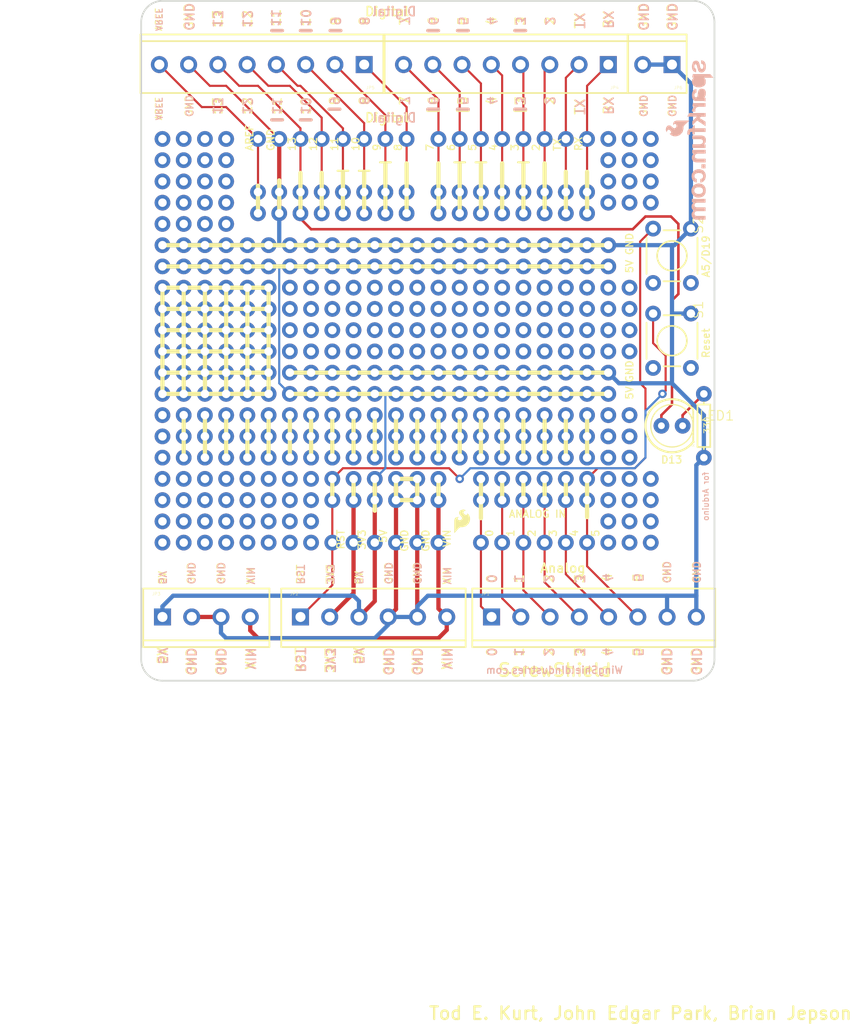
<source format=kicad_pcb>
(kicad_pcb (version 20211014) (generator pcbnew)
  (layers (0 "F.Cu" signal) (31 "B.Cu" signal) (34 "B.Paste" user) (35 "F.Paste" user) (36 "B.SilkS" user "B.Silkscreen") (37 "F.SilkS" user "F.Silkscreen") (38 "B.Mask" user) (39 "F.Mask" user) (44 "Edge.Cuts" user))
  (net 0 "")
  (net 1 "RST")
  (net 2 "N$53")
  (net 3 "N$75")
  (net 4 "N$80")
  (net 5 "N$102")
  (net 6 "N$107")
  (net 7 "N$129")
  (net 8 "N$194")
  (net 9 "N$195")
  (net 10 "N$196")
  (net 11 "N$197")
  (net 12 "N$198")
  (net 13 "N$199")
  (net 14 "N$200")
  (net 15 "N$201")
  (net 16 "N$202")
  (net 17 "N$203")
  (net 18 "N$204")
  (net 19 "N$205")
  (net 20 "N$206")
  (net 21 "N$207")
  (net 22 "N$208")
  (net 23 "N$209")
  (net 24 "N$210")
  (net 25 "N$221")
  (net 26 "N$222")
  (net 27 "N$223")
  (net 28 "N$224")
  (net 29 "N$225")
  (net 30 "N$226")
  (net 31 "N$227")
  (net 32 "N$228")
  (net 33 "N$229")
  (net 34 "N$230")
  (net 35 "N$231")
  (net 36 "N$232")
  (net 37 "N$233")
  (net 38 "N$234")
  (net 39 "N$235")
  (net 40 "N$236")
  (net 41 "N$237")
  (net 42 "N$248")
  (net 43 "N$249")
  (net 44 "N$250")
  (net 45 "N$251")
  (net 46 "N$252")
  (net 47 "N$253")
  (net 48 "N$254")
  (net 49 "N$255")
  (net 50 "N$256")
  (net 51 "N$257")
  (net 52 "N$258")
  (net 53 "N$259")
  (net 54 "N$260")
  (net 55 "N$261")
  (net 56 "N$262")
  (net 57 "N$263")
  (net 58 "N$264")
  (net 59 "N$275")
  (net 60 "N$276")
  (net 61 "N$277")
  (net 62 "N$278")
  (net 63 "N$279")
  (net 64 "N$280")
  (net 65 "N$281")
  (net 66 "N$282")
  (net 67 "N$283")
  (net 68 "N$284")
  (net 69 "N$285")
  (net 70 "N$286")
  (net 71 "N$287")
  (net 72 "N$288")
  (net 73 "N$289")
  (net 74 "N$290")
  (net 75 "N$291")
  (net 76 "N$350")
  (net 77 "N$351")
  (net 78 "N$352")
  (net 79 "N$353")
  (net 80 "GND")
  (net 81 "N$377")
  (net 82 "N$404")
  (net 83 "N$430")
  (net 84 "N$431")
  (net 85 "N$432")
  (net 86 "N$433")
  (net 87 "N$434")
  (net 88 "N$435")
  (net 89 "N$436")
  (net 90 "N$450")
  (net 91 "N$451")
  (net 92 "N$452")
  (net 93 "N$439")
  (net 94 "N$440")
  (net 95 "N$441")
  (net 96 "N$442")
  (net 97 "N$443")
  (net 98 "N$444")
  (net 99 "N$445")
  (net 100 "N$464")
  (net 101 "N$465")
  (net 102 "N$466")
  (net 103 "N$447")
  (net 104 "N$448")
  (net 105 "N$449")
  (net 106 "N$455")
  (net 107 "N$478")
  (net 108 "N$479")
  (net 109 "N$480")
  (net 110 "N$457")
  (net 111 "N$458")
  (net 112 "N$459")
  (net 113 "N$460")
  (net 114 "N$488")
  (net 115 "N$489")
  (net 116 "N$490")
  (net 117 "B5")
  (net 118 "B6")
  (net 119 "B7")
  (net 120 "B8")
  (net 121 "B9")
  (net 122 "B10")
  (net 123 "B11")
  (net 124 "B12")
  (net 125 "B13")
  (net 126 "B14")
  (net 127 "B15")
  (net 128 "B16")
  (net 129 "B17")
  (net 130 "B18")
  (net 131 "B19")
  (net 132 "B20")
  (net 133 "5V")
  (net 134 "N$12")
  (net 135 "N$13")
  (net 136 "N$14")
  (net 137 "N$15")
  (net 138 "N$16")
  (net 139 "N$17")
  (net 140 "D13")
  (net 141 "N$6")
  (net 142 "3.3V")
  (net 143 "VIN")
  (net 144 "A1")
  (net 145 "A3")
  (net 146 "A4")
  (net 147 "D0")
  (net 148 "D1")
  (net 149 "D2")
  (net 150 "D3")
  (net 151 "D4")
  (net 152 "D5")
  (net 153 "D6")
  (net 154 "D7")
  (net 155 "D8")
  (net 156 "D9")
  (net 157 "D10")
  (net 158 "D11")
  (net 159 "D12")
  (net 160 "A0")
  (net 161 "A2")
  (net 162 "AREF")
  (net 163 "B1")
  (net 164 "B2")
  (net 165 "B3")
  (net 166 "B4")
  (net 167 "N$2")
  (net 168 "B21")
  (net 169 "N$3")
  (net 170 "N$4")
  (net 171 "N$5")
  (net 172 "N$9")
  (net 173 "N$10")
  (net 174 "N$11")
  (net 175 "N$18")
  (net 176 "N$19")
  (net 177 "N$20")
  (net 178 "N$22")
  (net 179 "N$24")
  (net 180 "N$25")
  (net 181 "N$26")
  (net 182 "N$27")
  (net 183 "N$28")
  (net 184 "N$29")
  (net 185 "N$30")
  (net 186 "N$31")
  (net 187 "N$32")
  (net 188 "N$33")
  (net 189 "N$34")
  (net 190 "N$35")
  (net 191 "N$38")
  (net 192 "N$39")
  (net 193 "N$40")
  (net 194 "N$43")
  (net 195 "N$44")
  (net 196 "N$45")
  (net 197 "N$49")
  (net 198 "N$51")
  (net 199 "N$52")
  (net 200 "A5")
  (net 201 "CB1")
  (footprint "boardEagle:DUEMILANOVE_SHIELD_NOHOLES" (layer "F.Cu") (at 112.9411 78.3336 -90)
    (fp_text reference "U1" hide)
    (fp_text value "ARDUINO_SHIELD" hide)
  )
  (footprint "boardEagle:TACTILE-PTH" (layer "F.Cu") (at 177.7111 105.0036 -90)
    (fp_text reference "S1")
    (fp_text value "Reset" hide)
  )
  (footprint "boardEagle:SCREWTERMINAL-3.5MM-8" (layer "F.Cu") (at 170.0911 71.9836 180)
    (fp_text reference "JP4")
    (fp_text value "")
  )
  (footprint "boardEagle:SCREWTERMINAL-3.5MM-4" (layer "F.Cu") (at 116.7511 138.0236)
    (fp_text reference "JP3")
    (fp_text value "")
  )
  (footprint "boardEagle:CREATIVE_COMMONS" (layer "F.Cu") (at 118.0211 186.2836)
    (fp_text reference "U$1" hide)
    (fp_text value "CREATIVE_COMMONS" hide)
  )
  (footprint "boardEagle:SCREWTERMINAL-3.5MM-6" (layer "F.Cu") (at 133.2611 138.0236)
    (fp_text reference "JP2")
    (fp_text value "")
  )
  (footprint "boardEagle:SCREWTERMINAL-3.5MM-8" (layer "F.Cu") (at 156.1211 138.0236)
    (fp_text reference "JP1")
    (fp_text value "")
  )
  (footprint "boardEagle:SCREWTERMINAL-3.5MM-8" (layer "F.Cu") (at 140.8811 71.9836 180)
    (fp_text reference "JP5")
    (fp_text value "")
  )
  (footprint "boardEagle:TACTILE-PTH" (layer "F.Cu") (at 177.7111 94.8436 -90)
    (fp_text reference "S2")
    (fp_text value "General" hide)
  )
  (footprint "boardEagle:LED5MM" (layer "F.Cu") (at 177.7111 115.1636)
    (fp_text reference "LED1")
    (fp_text value "")
  )
  (footprint "boardEagle:SCREWTERMINAL-3.5MM-2" (layer "F.Cu") (at 177.7111 71.9836 180)
    (fp_text reference "JP6")
    (fp_text value "")
  )
  (footprint "boardEagle:SFE-LOGO-FLAME" (layer "F.Cu") (at 151.6761 127.9906)
    (fp_text reference "JP8" hide)
    (fp_text value "LOGO-SFESK" hide)
  )
  (footprint "boardEagle:AXIAL-0.3" (layer "F.Cu") (at 181.5211 115.1636 90)
    (fp_text reference "R1")
    (fp_text value "330")
  )
  (footprint "boardEagle:SFE-NEW-WEBLOGO" (layer "B.Cu") (at 182.6641 71.4756 -90)
    (fp_text reference "JP7" hide)
    (fp_text value "LOGO-SFENEW" hide)
  )
  (gr_line (start 138.0871 67.9196) (end 136.8171 67.9196) (layer "B.SilkS") (width 0.4064))
  (gr_line (start 153.3271 67.9196) (end 152.0571 67.9196) (layer "B.SilkS") (width 0.4064))
  (gr_line (start 131.1021 78.5876) (end 129.8321 78.5876) (layer "B.SilkS") (width 0.4064))
  (gr_line (start 149.7711 77.3176) (end 148.5011 77.3176) (layer "B.SilkS") (width 0.4064))
  (gr_line (start 153.3271 77.3176) (end 152.0571 77.3176) (layer "B.SilkS") (width 0.4064))
  (gr_line (start 160.1851 77.3176) (end 158.9151 77.3176) (layer "B.SilkS") (width 0.4064))
  (gr_line (start 134.5311 78.5876) (end 133.2611 78.5876) (layer "B.SilkS") (width 0.4064))
  (gr_line (start 131.1021 67.9196) (end 129.8321 67.9196) (layer "B.SilkS") (width 0.4064))
  (gr_line (start 137.9601 77.3176) (end 136.6901 77.3176) (layer "B.SilkS") (width 0.4064))
  (gr_line (start 160.1851 67.9196) (end 158.9151 67.9196) (layer "B.SilkS") (width 0.4064))
  (gr_line (start 149.7711 67.9196) (end 148.5011 67.9196) (layer "B.SilkS") (width 0.4064))
  (gr_line (start 134.5311 67.9196) (end 133.2611 67.9196) (layer "B.SilkS") (width 0.4064))
  (gr_line (start 144.6911 121.5136) (end 147.2311 121.5136) (layer "F.SilkS") (width 0.508))
  (gr_line (start 154.8511 89.7636) (end 154.8511 83.7946) (layer "F.SilkS") (width 0.508))
  (gr_line (start 152.0571 77.4446) (end 153.3271 77.4446) (layer "F.SilkS") (width 0.4064))
  (gr_line (start 152.9461 83.6676) (end 151.6761 83.6676) (layer "F.SilkS") (width 0.254))
  (gr_line (start 131.9911 113.8936) (end 131.9911 118.9736) (layer "F.SilkS") (width 0.508))
  (gr_line (start 119.2911 111.3536) (end 119.2911 98.6536) (layer "F.SilkS") (width 0.508))
  (gr_line (start 165.0111 113.8936) (end 165.0111 118.9736) (layer "F.SilkS") (width 0.508))
  (gr_line (start 143.4211 89.7636) (end 143.4211 83.7946) (layer "F.SilkS") (width 0.508))
  (gr_line (start 142.1511 113.8936) (end 142.1511 118.9736) (layer "F.SilkS") (width 0.508))
  (gr_line (start 147.2311 113.8936) (end 147.2311 118.9736) (layer "F.SilkS") (width 0.508))
  (gr_line (start 130.7211 89.7636) (end 130.7211 85.8266) (layer "F.SilkS") (width 0.508))
  (gr_line (start 147.2311 124.0536) (end 144.6911 124.0536) (layer "F.SilkS") (width 0.508))
  (gr_line (start 165.0111 121.5136) (end 165.0111 124.1806) (layer "F.SilkS") (width 0.508))
  (gr_line (start 133.2611 89.7636) (end 133.2611 84.9376) (layer "F.SilkS") (width 0.508))
  (gr_line (start 167.5511 89.7636) (end 167.5511 84.8106) (layer "F.SilkS") (width 0.508))
  (gr_line (start 154.8511 113.8936) (end 154.8511 118.9736) (layer "F.SilkS") (width 0.508))
  (gr_line (start 129.4511 98.6536) (end 126.9111 98.6536) (layer "F.SilkS") (width 0.508))
  (gr_line (start 145.9611 89.7636) (end 145.9611 83.7946) (layer "F.SilkS") (width 0.508))
  (gr_line (start 129.4511 113.8936) (end 129.4511 118.9736) (layer "F.SilkS") (width 0.508))
  (gr_line (start 124.3711 111.3536) (end 124.3711 98.6536) (layer "F.SilkS") (width 0.508))
  (gr_line (start 116.7511 108.8136) (end 116.7511 111.3536) (layer "F.SilkS") (width 0.508))
  (gr_line (start 139.6111 121.5136) (end 139.6111 124.0536) (layer "F.SilkS") (width 0.508))
  (gr_line (start 116.7511 101.1936) (end 116.7511 103.7336) (layer "F.SilkS") (width 0.508))
  (gr_line (start 162.4711 113.8936) (end 162.4711 118.9736) (layer "F.SilkS") (width 0.508))
  (gr_line (start 133.2611 78.5876) (end 134.5311 78.5876) (layer "F.SilkS") (width 0.4064))
  (gr_line (start 170.0911 93.5736) (end 116.7511 93.5736) (layer "F.SilkS") (width 0.508))
  (gr_line (start 121.8311 111.3536) (end 124.3711 111.3536) (layer "F.SilkS") (width 0.508))
  (gr_line (start 126.9111 98.6536) (end 124.3711 98.6536) (layer "F.SilkS") (width 0.508))
  (gr_line (start 138.9761 84.6836) (end 137.7061 84.6836) (layer "F.SilkS") (width 0.254))
  (gr_line (start 152.3111 89.7636) (end 152.3111 83.7946) (layer "F.SilkS") (width 0.508))
  (gr_line (start 140.8811 89.7636) (end 140.8811 84.8106) (layer "F.SilkS") (width 0.508))
  (gr_line (start 129.8321 67.9196) (end 131.1021 67.9196) (layer "F.SilkS") (width 0.4064))
  (gr_line (start 152.0571 67.9196) (end 153.3271 67.9196) (layer "F.SilkS") (width 0.4064))
  (gr_line (start 124.3711 113.8936) (end 124.3711 118.9736) (layer "F.SilkS") (width 0.508))
  (gr_line (start 116.7511 108.8136) (end 129.4511 108.8136) (layer "F.SilkS") (width 0.508))
  (gr_line (start 116.7511 98.6536) (end 116.7511 101.1936) (layer "F.SilkS") (width 0.508))
  (gr_line (start 131.9911 108.8136) (end 170.0911 108.8136) (layer "F.SilkS") (width 0.508))
  (gr_line (start 121.8311 98.6536) (end 119.2911 98.6536) (layer "F.SilkS") (width 0.508))
  (gr_line (start 167.5511 113.8936) (end 167.5511 118.9736) (layer "F.SilkS") (width 0.508))
  (gr_line (start 129.4511 111.3536) (end 129.4511 108.8136) (layer "F.SilkS") (width 0.508))
  (gr_line (start 170.0911 96.1136) (end 116.7511 96.1136) (layer "F.SilkS") (width 0.508))
  (gr_line (start 119.2911 98.6536) (end 116.7511 98.6536) (layer "F.SilkS") (width 0.508))
  (gr_line (start 147.2311 121.5136) (end 147.2311 124.0536) (layer "F.SilkS") (width 0.508))
  (gr_line (start 144.0561 83.6676) (end 142.7861 83.6676) (layer "F.SilkS") (width 0.254))
  (gr_line (start 149.7711 121.5136) (end 149.7711 124.0536) (layer "F.SilkS") (width 0.508))
  (gr_line (start 157.3911 113.8936) (end 157.3911 118.9736) (layer "F.SilkS") (width 0.508))
  (gr_line (start 134.5311 113.8936) (end 134.5311 118.9736) (layer "F.SilkS") (width 0.508))
  (gr_line (start 136.6901 77.3176) (end 137.9601 77.3176) (layer "F.SilkS") (width 0.4064))
  (gr_line (start 148.5011 77.4446) (end 149.7711 77.4446) (layer "F.SilkS") (width 0.4064))
  (gr_line (start 116.7511 101.1936) (end 129.4511 101.1936) (layer "F.SilkS") (width 0.508))
  (gr_line (start 126.9111 98.6536) (end 126.9111 111.3536) (layer "F.SilkS") (width 0.508))
  (gr_line (start 139.6111 113.8936) (end 139.6111 118.9736) (layer "F.SilkS") (width 0.508))
  (gr_line (start 159.9311 89.7636) (end 159.9311 83.7946) (layer "F.SilkS") (width 0.508))
  (gr_line (start 144.6911 121.5136) (end 144.6911 124.0536) (layer "F.SilkS") (width 0.508))
  (gr_line (start 158.9151 77.4446) (end 160.1851 77.4446) (layer "F.SilkS") (width 0.4064))
  (gr_line (start 116.7511 106.2736) (end 116.7511 108.8136) (layer "F.SilkS") (width 0.508))
  (gr_line (start 126.9111 113.8936) (end 126.9111 118.9736) (layer "F.SilkS") (width 0.508))
  (gr_line (start 152.3111 113.8936) (end 152.3111 118.9736) (layer "F.SilkS") (width 0.508))
  (gr_line (start 129.4511 106.2736) (end 129.4511 103.7336) (layer "F.SilkS") (width 0.508))
  (gr_line (start 129.4511 103.7336) (end 129.4511 101.1936) (layer "F.SilkS") (width 0.508))
  (gr_line (start 165.0111 89.7636) (end 165.0111 84.8106) (layer "F.SilkS") (width 0.508))
  (gr_line (start 154.8511 121.5136) (end 154.8511 126.2126) (layer "F.SilkS") (width 0.508))
  (gr_line (start 121.8311 98.6536) (end 121.8311 111.3536) (layer "F.SilkS") (width 0.508))
  (gr_line (start 141.5161 84.6836) (end 140.2461 84.6836) (layer "F.SilkS") (width 0.254))
  (gr_line (start 157.3911 121.5136) (end 157.3911 124.1806) (layer "F.SilkS") (width 0.508))
  (gr_line (start 149.7711 113.8936) (end 149.7711 118.9736) (layer "F.SilkS") (width 0.508))
  (gr_line (start 116.7511 103.7336) (end 129.4511 103.7336) (layer "F.SilkS") (width 0.508))
  (gr_line (start 119.2911 113.8936) (end 119.2911 118.9736) (layer "F.SilkS") (width 0.508))
  (gr_line (start 170.0911 111.3536) (end 131.9911 111.3536) (layer "F.SilkS") (width 0.508))
  (gr_line (start 137.0711 121.5136) (end 137.0711 124.0536) (layer "F.SilkS") (width 0.508))
  (gr_line (start 155.4861 83.6676) (end 154.2161 83.6676) (layer "F.SilkS") (width 0.254))
  (gr_line (start 162.4711 121.5136) (end 162.4711 124.1806) (layer "F.SilkS") (width 0.508))
  (gr_line (start 116.7511 106.2736) (end 129.4511 106.2736) (layer "F.SilkS") (width 0.508))
  (gr_line (start 159.9311 121.5136) (end 159.9311 124.1806) (layer "F.SilkS") (width 0.508))
  (gr_line (start 129.4511 101.1936) (end 129.4511 98.6536) (layer "F.SilkS") (width 0.508))
  (gr_line (start 137.0711 113.8936) (end 137.0711 118.9736) (layer "F.SilkS") (width 0.508))
  (gr_line (start 158.9151 67.9196) (end 160.1851 67.9196) (layer "F.SilkS") (width 0.4064))
  (gr_line (start 126.9111 111.3536) (end 129.4511 111.3536) (layer "F.SilkS") (width 0.508))
  (gr_line (start 162.4711 89.7636) (end 162.4711 83.7946) (layer "F.SilkS") (width 0.508))
  (gr_line (start 167.5511 121.5136) (end 167.5511 126.0856) (layer "F.SilkS") (width 0.508))
  (gr_line (start 160.5661 83.6676) (end 159.2961 83.6676) (layer "F.SilkS") (width 0.254))
  (gr_line (start 159.9311 113.8936) (end 159.9311 118.9736) (layer "F.SilkS") (width 0.508))
  (gr_line (start 129.8321 78.5876) (end 131.1021 78.5876) (layer "F.SilkS") (width 0.4064))
  (gr_line (start 142.1511 121.5136) (end 142.1511 125.3236) (layer "F.SilkS") (width 0.508))
  (gr_line (start 124.3711 111.3536) (end 126.9111 111.3536) (layer "F.SilkS") (width 0.508))
  (gr_line (start 157.3911 89.7636) (end 157.3911 83.7946) (layer "F.SilkS") (width 0.508))
  (gr_line (start 119.2911 111.3536) (end 121.8311 111.3536) (layer "F.SilkS") (width 0.508))
  (gr_line (start 128.1811 89.7636) (end 128.1811 86.4616) (layer "F.SilkS") (width 0.508))
  (gr_line (start 135.8011 89.7636) (end 135.8011 84.9376) (layer "F.SilkS") (width 0.508))
  (gr_line (start 149.7711 89.7636) (end 149.7711 83.7946) (layer "F.SilkS") (width 0.508))
  (gr_line (start 121.8311 113.8936) (end 121.8311 118.9736) (layer "F.SilkS") (width 0.508))
  (gr_line (start 144.6911 113.8936) (end 144.6911 118.9736) (layer "F.SilkS") (width 0.508))
  (gr_line (start 148.5011 67.9196) (end 149.7711 67.9196) (layer "F.SilkS") (width 0.4064))
  (gr_line (start 124.3711 98.6536) (end 121.8311 98.6536) (layer "F.SilkS") (width 0.508))
  (gr_line (start 116.7511 103.7336) (end 116.7511 106.2736) (layer "F.SilkS") (width 0.508))
  (gr_line (start 138.3411 89.7636) (end 138.3411 84.8106) (layer "F.SilkS") (width 0.508))
  (gr_line (start 129.4511 108.8136) (end 129.4511 106.2736) (layer "F.SilkS") (width 0.508))
  (gr_line (start 116.7511 111.3536) (end 119.2911 111.3536) (layer "F.SilkS") (width 0.508))
  (gr_line (start 136.8171 67.9196) (end 138.0871 67.9196) (layer "F.SilkS") (width 0.4064))
  (gr_line (start 133.2611 67.9196) (end 134.5311 67.9196) (layer "F.SilkS") (width 0.4064))
  (gr_line (start 182.7911 143.1036) (end 182.7911 66.9036) (layer "Edge.Cuts") (width 0.2032))
  (gr_arc (start 116.7511 145.6436) (mid 114.955049 144.899651) (end 114.2111 143.1036) (layer "Edge.Cuts") (width 0.2032))
  (gr_arc (start 114.2111 66.9036) (mid 114.955049 65.107549) (end 116.7511 64.3636) (layer "Edge.Cuts") (width 0.2032))
  (gr_arc (start 180.2511 64.3636) (mid 182.047151 65.107549) (end 182.7911 66.9036) (layer "Edge.Cuts") (width 0.2032))
  (gr_line (start 116.7511 64.3636) (end 180.2511 64.3636) (layer "Edge.Cuts") (width 0.2032))
  (gr_line (start 114.2111 143.1036) (end 114.2111 66.9036) (layer "Edge.Cuts") (width 0.2032))
  (gr_arc (start 182.7911 143.1036) (mid 182.047151 144.899651) (end 180.2511 145.6436) (layer "Edge.Cuts") (width 0.2032))
  (gr_line (start 116.7511 145.6436) (end 180.2511 145.6436) (layer "Edge.Cuts") (width 0.2032))
  (gr_text "7" (at 145.0721 67.4116 -90) (layer "B.SilkS") (effects (font (size 1.0795 1.0795) (thickness 0.1905)) (justify left bottom mirror)))
  (gr_text "GND" (at 120.8151 141.5796 -90) (layer "B.SilkS") (effects (font (size 1.0795 1.0795) (thickness 0.1905)) (justify right top mirror)))
  (gr_text "4" (at 155.4861 67.4116 -90) (layer "B.SilkS") (effects (font (size 1.0795 1.0795) (thickness 0.1905)) (justify left bottom mirror)))
  (gr_text "1" (at 158.7881 134.0866 -90) (layer "B.SilkS") (effects (font (size 1.0795 1.0795) (thickness 0.1905)) (justify left bottom mirror)))
  (gr_text "2" (at 162.3441 142.8496 -90) (layer "B.SilkS") (effects (font (size 1.0795 1.0795) (thickness 0.1905)) (justify left bottom mirror)))
  (gr_text "8" (at 140.2461 76.9366 -90) (layer "B.SilkS") (effects (font (size 1.0795 1.0795) (thickness 0.1905)) (justify left bottom mirror)))
  (gr_text "11" (at 129.7051 67.5386 -90) (layer "B.SilkS") (effects (font (size 1.0795 1.0795) (thickness 0.1905)) (justify left bottom mirror)))
  (gr_text "3V3" (at 137.4521 141.5796 -90) (layer "B.SilkS") (effects (font (size 1.0795 1.0795) (thickness 0.1905)) (justify right top mirror)))
  (gr_text "3" (at 166.0271 134.0866 -90) (layer "B.SilkS") (effects (font (size 1.0795 1.0795) (thickness 0.1905)) (justify left bottom mirror)))
  (gr_text "6" (at 148.5011 76.9366 -90) (layer "B.SilkS") (effects (font (size 1.0795 1.0795) (thickness 0.1905)) (justify left bottom mirror)))
  (gr_text "12" (at 126.2761 67.6656 -90) (layer "B.SilkS") (effects (font (size 1.0795 1.0795) (thickness 0.1905)) (justify left bottom mirror)))
  (gr_text "4" (at 155.4861 76.9366 -90) (layer "B.SilkS") (effects (font (size 1.0795 1.0795) (thickness 0.1905)) (justify left bottom mirror)))
  (gr_text "GND" (at 119.2911 68.0466 -90) (layer "B.SilkS") (effects (font (size 1.0795 1.0795) (thickness 0.1905)) (justify left bottom mirror)))
  (gr_text "2" (at 162.4711 67.4116 -90) (layer "B.SilkS") (effects (font (size 1.0795 1.0795) (thickness 0.1905)) (justify left bottom mirror)))
  (gr_text "Digital" (at 147.2311 66.2686) (layer "B.SilkS") (effects (font (size 1.0795 1.0795) (thickness 0.1905)) (justify left bottom mirror)))
  (gr_text "5" (at 173.0121 133.9596 -90) (layer "B.SilkS") (effects (font (size 1.0795 1.0795) (thickness 0.1905)) (justify left bottom mirror)))
  (gr_text "5V" (at 140.8811 141.5796 -90) (layer "B.SilkS") (effects (font (size 1.0795 1.0795) (thickness 0.1905)) (justify right top mirror)))
  (gr_text "GND" (at 123.2281 134.2136 -90) (layer "B.SilkS") (effects (font (size 0.8636 0.8636) (thickness 0.1524)) (justify left bottom mirror)))
  (gr_text "GND" (at 147.8661 141.5796 -90) (layer "B.SilkS") (effects (font (size 1.0795 1.0795) (thickness 0.1905)) (justify right top mirror)))
  (gr_text "GND" (at 176.5681 134.0866 -90) (layer "B.SilkS") (effects (font (size 0.8636 0.8636) (thickness 0.1524)) (justify left bottom mirror)))
  (gr_text "2" (at 162.3441 134.0866 -90) (layer "B.SilkS") (effects (font (size 1.0795 1.0795) (thickness 0.1905)) (justify left bottom mirror)))
  (gr_text "GND" (at 143.2941 134.2136 -90) (layer "B.SilkS") (effects (font (size 0.8636 0.8636) (thickness 0.1524)) (justify left bottom mirror)))
  (gr_text "GND" (at 177.0761 68.0466 -90) (layer "B.SilkS") (effects (font (size 1.0795 1.0795) (thickness 0.1905)) (justify left bottom mirror)))
  (gr_text "RST" (at 132.7531 134.2136 -90) (layer "B.SilkS") (effects (font (size 0.8636 0.8636) (thickness 0.1524)) (justify left bottom mirror)))
  (gr_text "GND" (at 124.3711 141.5796 -90) (layer "B.SilkS") (effects (font (size 1.0795 1.0795) (thickness 0.1905)) (justify right top mirror)))
  (gr_text "GND" (at 180.1241 134.0866 -90) (layer "B.SilkS") (effects (font (size 0.8636 0.8636) (thickness 0.1524)) (justify left bottom mirror)))
  (gr_text "GND" (at 119.4181 78.3336 -90) (layer "B.SilkS") (effects (font (size 0.8636 0.8636) (thickness 0.1524)) (justify left bottom mirror)))
  (gr_text "2" (at 162.4711 76.9366 -90) (layer "B.SilkS") (effects (font (size 1.0795 1.0795) (thickness 0.1905)) (justify left bottom mirror)))
  (gr_text "9" (at 136.6901 76.9366 -90) (layer "B.SilkS") (effects (font (size 1.0795 1.0795) (thickness 0.1905)) (justify left bottom mirror)))
  (gr_text "AREF" (at 115.8621 68.0466 -90) (layer "B.SilkS") (effects (font (size 0.75565 0.75565) (thickness 0.13335)) (justify left bottom mirror)))
  (gr_text "11" (at 129.8321 78.0796 -90) (layer "B.SilkS") (effects (font (size 1.0795 1.0795) (thickness 0.1905)) (justify left bottom mirror)))
  (gr_text "0" (at 155.4861 134.0866 -90) (layer "B.SilkS") (effects (font (size 1.0795 1.0795) (thickness 0.1905)) (justify left bottom mirror)))
  (gr_text "5V" (at 139.7381 134.2136 -90) (layer "B.SilkS") (effects (font (size 0.8636 0.8636) (thickness 0.1524)) (justify left bottom mirror)))
  (gr_text "10" (at 133.2611 78.0796 -90) (layer "B.SilkS") (effects (font (size 1.0795 1.0795) (thickness 0.1905)) (justify left bottom mirror)))
  (gr_text "VIN" (at 150.2791 134.2136 -90) (layer "B.SilkS") (effects (font (size 0.8636 0.8636) (thickness 0.1524)) (justify left bottom mirror)))
  (gr_text "VIN" (at 126.7841 134.2136 -90) (layer "B.SilkS") (effects (font (size 0.8636 0.8636) (thickness 0.1524)) (justify left bottom mirror)))
  (gr_text "8" (at 140.2461 67.4116 -90) (layer "B.SilkS") (effects (font (size 1.0795 1.0795) (thickness 0.1905)) (justify left bottom mirror)))
  (gr_text "13" (at 122.7201 67.6656 -90) (layer "B.SilkS") (effects (font (size 1.0795 1.0795) (thickness 0.1905)) (justify left bottom mirror)))
  (gr_text "TX" (at 166.0271 78.0796 -90) (layer "B.SilkS") (effects (font (size 1.0795 1.0795) (thickness 0.1905)) (justify left bottom mirror)))
  (gr_text "6" (at 148.5011 67.4116 -90) (layer "B.SilkS") (effects (font (size 1.0795 1.0795) (thickness 0.1905)) (justify left bottom mirror)))
  (gr_text "12" (at 126.2761 78.0796 -90) (layer "B.SilkS") (effects (font (size 1.0795 1.0795) (thickness 0.1905)) (justify left bottom mirror)))
  (gr_text "4" (at 169.3291 142.8496 -90) (layer "B.SilkS") (effects (font (size 1.0795 1.0795) (thickness 0.1905)) (justify left bottom mirror)))
  (gr_text "RX" (at 169.4561 78.0796 -90) (layer "B.SilkS") (effects (font (size 1.0795 1.0795) (thickness 0.1905)) (justify left bottom mirror)))
  (gr_text "GND" (at 146.7231 134.2136 -90) (layer "B.SilkS") (effects (font (size 0.8636 0.8636) (thickness 0.1524)) (justify left bottom mirror)))
  (gr_text "3" (at 166.0271 142.8496 -90) (layer "B.SilkS") (effects (font (size 1.0795 1.0795) (thickness 0.1905)) (justify left bottom mirror)))
  (gr_text "13" (at 122.7201 78.0796 -90) (layer "B.SilkS") (effects (font (size 1.0795 1.0795) (thickness 0.1905)) (justify left bottom mirror)))
  (gr_text "GND" (at 181.2671 141.5796 -90) (layer "B.SilkS") (effects (font (size 1.0795 1.0795) (thickness 0.1905)) (justify right top mirror)))
  (gr_text "GND" (at 173.6471 68.0466 -90) (layer "B.SilkS") (effects (font (size 1.0795 1.0795) (thickness 0.1905)) (justify left bottom mirror)))
  (gr_text "GND" (at 144.4371 141.5796 -90) (layer "B.SilkS") (effects (font (size 1.0795 1.0795) (thickness 0.1905)) (justify right top mirror)))
  (gr_text "VIN" (at 151.4221 141.5796 -90) (layer "B.SilkS") (effects (font (size 1.0795 1.0795) (thickness 0.1905)) (justify right top mirror)))
  (gr_text "GND" (at 119.6721 134.2136 -90) (layer "B.SilkS") (effects (font (size 0.8636 0.8636) (thickness 0.1524)) (justify left bottom mirror)))
  (gr_text "GND" (at 177.7111 141.5796 -90) (layer "B.SilkS") (effects (font (size 1.0795 1.0795) (thickness 0.1905)) (justify right top mirror)))
  (gr_text "TX" (at 166.0271 67.7926 -90) (layer "B.SilkS") (effects (font (size 1.0795 1.0795) (thickness 0.1905)) (justify left bottom mirror)))
  (gr_text "10" (at 133.2611 67.5386 -90) (layer "B.SilkS") (effects (font (size 1.0795 1.0795) (thickness 0.1905)) (justify left bottom mirror)))
  (gr_text "9" (at 136.8171 67.4116 -90) (layer "B.SilkS") (effects (font (size 1.0795 1.0795) (thickness 0.1905)) (justify left bottom mirror)))
  (gr_text "4" (at 169.3291 133.9596 -90) (layer "B.SilkS") (effects (font (size 1.0795 1.0795) (thickness 0.1905)) (justify left bottom mirror)))
  (gr_text "3V3" (at 136.3091 134.2136 -90) (layer "B.SilkS") (effects (font (size 0.8636 0.8636) (thickness 0.1524)) (justify left bottom mirror)))
  (gr_text "5V" (at 117.3861 141.5796 -90) (layer "B.SilkS") (effects (font (size 1.0795 1.0795) (thickness 0.1905)) (justify right top mirror)))
  (gr_text "7" (at 145.0721 76.9366 -90) (layer "B.SilkS") (effects (font (size 1.0795 1.0795) (thickness 0.1905)) (justify left bottom mirror)))
  (gr_text "GND" (at 173.7741 78.3336 -90) (layer "B.SilkS") (effects (font (size 0.8636 0.8636) (thickness 0.1524)) (justify left bottom mirror)))
  (gr_text "VIN" (at 127.9271 141.5796 -90) (layer "B.SilkS") (effects (font (size 1.0795 1.0795) (thickness 0.1905)) (justify right top mirror)))
  (gr_text "3" (at 158.9151 76.9366 -90) (layer "B.SilkS") (effects (font (size 1.0795 1.0795) (thickness 0.1905)) (justify left bottom mirror)))
  (gr_text "5" (at 173.0121 142.8496 -90) (layer "B.SilkS") (effects (font (size 1.0795 1.0795) (thickness 0.1905)) (justify left bottom mirror)))
  (gr_text "for Arduino" (at 182.1561 120.6246 -270) (layer "B.SilkS") (effects (font (size 0.69088 0.69088) (thickness 0.12192)) (justify left bottom mirror)))
  (gr_text "WingShieldIndustries.com" (at 155.3591 143.8656) (layer "B.SilkS") (effects (font (size 0.8636 0.8636) (thickness 0.1524)) (justify right top mirror)))
  (gr_text "AREF" (at 115.8621 78.7146 -90) (layer "B.SilkS") (effects (font (size 0.75565 0.75565) (thickness 0.13335)) (justify left bottom mirror)))
  (gr_text "1" (at 158.7881 142.8496 -90) (layer "B.SilkS") (effects (font (size 1.0795 1.0795) (thickness 0.1905)) (justify left bottom mirror)))
  (gr_text "5" (at 152.0571 76.9366 -90) (layer "B.SilkS") (effects (font (size 1.0795 1.0795) (thickness 0.1905)) (justify left bottom mirror)))
  (gr_text "0" (at 155.4861 142.8496 -90) (layer "B.SilkS") (effects (font (size 1.0795 1.0795) (thickness 0.1905)) (justify left bottom mirror)))
  (gr_text "GND" (at 177.2031 78.3336 -90) (layer "B.SilkS") (effects (font (size 0.8636 0.8636) (thickness 0.1524)) (justify left bottom mirror)))
  (gr_text "5" (at 152.0571 67.4116 -90) (layer "B.SilkS") (effects (font (size 1.0795 1.0795) (thickness 0.1905)) (justify left bottom mirror)))
  (gr_text "5V" (at 116.2431 134.2136 -90) (layer "B.SilkS") (effects (font (size 0.8636 0.8636) (thickness 0.1524)) (justify left bottom mirror)))
  (gr_text "Digital" (at 147.2311 78.9686) (layer "B.SilkS") (effects (font (size 1.0795 1.0795) (thickness 0.1905)) (justify left bottom mirror)))
  (gr_text "RST" (at 133.8961 141.5796 -90) (layer "B.SilkS") (effects (font (size 1.0795 1.0795) (thickness 0.1905)) (justify right top mirror)))
  (gr_text "RX" (at 169.4561 67.7926 -90) (layer "B.SilkS") (effects (font (size 1.0795 1.0795) (thickness 0.1905)) (justify left bottom mirror)))
  (gr_text "3" (at 158.9151 67.4116 -90) (layer "B.SilkS") (effects (font (size 1.0795 1.0795) (thickness 0.1905)) (justify left bottom mirror)))
  (gr_text "VIN" (at 126.6571 141.5796 90) (layer "F.SilkS") (effects (font (size 1.0795 1.0795) (thickness 0.1905)) (justify right top)))
  (gr_text "AREF" (at 116.7511 78.7146 90) (layer "F.SilkS") (effects (font (size 0.75565 0.75565) (thickness 0.13335)) (justify left bottom)))
  (gr_text "GND" (at 143.1671 141.5796 90) (layer "F.SilkS") (effects (font (size 1.0795 1.0795) (thickness 0.1905)) (justify right top)))
  (gr_text "A5/D19" (at 182.2831 97.5106 90) (layer "F.SilkS") (effects (font (size 0.8636 0.8636) (thickness 0.1524)) (justify left bottom)))
  (gr_text "4" (at 170.5991 142.8496 90) (layer "F.SilkS") (effects (font (size 1.0795 1.0795) (thickness 0.1905)) (justify left bottom)))
  (gr_text "5V" (at 173.1391 112.1156 90) (layer "F.SilkS") (effects (font (size 0.8636 0.8636) (thickness 0.1524)) (justify left bottom)))
  (gr_text "3" (at 160.1851 67.4116 90) (layer "F.SilkS") (effects (font (size 1.0795 1.0795) (thickness 0.1905)) (justify left bottom)))
  (gr_text "Analog" (at 161.8361 132.8166) (layer "F.SilkS") (effects (font (size 1.0795 1.0795) (thickness 0.1905)) (justify left bottom)))
  (gr_text "5V" (at 117.2591 134.2136 90) (layer "F.SilkS") (effects (font (size 0.8636 0.8636) (thickness 0.1524)) (justify left bottom)))
  (gr_text "3V3" (at 137.3251 134.2136 90) (layer "F.SilkS") (effects (font (size 0.8636 0.8636) (thickness 0.1524)) (justify left bottom)))
  (gr_text "GND" (at 144.3101 134.2136 90) (layer "F.SilkS") (effects (font (size 0.8636 0.8636) (thickness 0.1524)) (justify left bottom)))
  (gr_text "5V" (at 139.6111 141.5796 90) (layer "F.SilkS") (effects (font (size 1.0795 1.0795) (thickness 0.1905)) (justify right top)))
  (gr_text "2" (at 163.7411 76.9366 90) (layer "F.SilkS") (effects (font (size 1.0795 1.0795) (thickness 0.1905)) (justify left bottom)))
  (gr_text "GND" (at 120.4341 78.3336 90) (layer "F.SilkS") (effects (font (size 0.8636 0.8636) (thickness 0.1524)) (justify left bottom)))
  (gr_text "GND" (at 120.5611 68.0466 90) (layer "F.SilkS") (effects (font (size 1.0795 1.0795) (thickness 0.1905)) (justify left bottom)))
  (gr_text "RX" (at 170.7261 67.7926 90) (layer "F.SilkS") (effects (font (size 1.0795 1.0795) (thickness 0.1905)) (justify left bottom)))
  (gr_text "1" (at 160.0581 142.8496 90) (layer "F.SilkS") (effects (font (size 1.0795 1.0795) (thickness 0.1905)) (justify left bottom)))
  (gr_text "GND" (at 120.6881 134.2136 90) (layer "F.SilkS") (effects (font (size 0.8636 0.8636) (thickness 0.1524)) (justify left bottom)))
  (gr_text "5V" (at 173.1391 97.0026 90) (layer "F.SilkS") (effects (font (size 0.8636 0.8636) (thickness 0.1524)) (justify left bottom)))
  (gr_text "0" (at 156.7561 142.8496 90) (layer "F.SilkS") (effects (font (size 1.0795 1.0795) (thickness 0.1905)) (justify left bottom)))
  (gr_text "VIN" (at 127.8001 134.2136 90) (layer "F.SilkS") (effects (font (size 0.8636 0.8636) (thickness 0.1524)) (justify left bottom)))
  (gr_text "Digital" (at 140.8811 66.2686) (layer "F.SilkS") (effects (font (size 1.0795 1.0795) (thickness 0.1905)) (justify left bottom)))
  (gr_text "RST" (at 133.7691 134.2136 90) (layer "F.SilkS") (effects (font (size 0.8636 0.8636) (thickness 0.1524)) (justify left bottom)))
  (gr_text "3" (at 160.1851 76.9366 90) (layer "F.SilkS") (effects (font (size 1.0795 1.0795) (thickness 0.1905)) (justify left bottom)))
  (gr_text "GND" (at 174.7901 78.3336 90) (layer "F.SilkS") (effects (font (size 0.8636 0.8636) (thickness 0.1524)) (justify left bottom)))
  (gr_text "4" (at 170.5991 133.9596 90) (layer "F.SilkS") (effects (font (size 1.0795 1.0795) (thickness 0.1905)) (justify left bottom)))
  (gr_text "GND" (at 119.5451 141.5796 90) (layer "F.SilkS") (effects (font (size 1.0795 1.0795) (thickness 0.1905)) (justify right top)))
  (gr_text "GND" (at 173.1391 94.8436 90) (layer "F.SilkS") (effects (font (size 0.8636 0.8636) (thickness 0.1524)) (justify left bottom)))
  (gr_text "8" (at 141.5161 76.9366 90) (layer "F.SilkS") (effects (font (size 1.0795 1.0795) (thickness 0.1905)) (justify left bottom)))
  (gr_text "VIN" (at 151.2951 134.2136 90) (layer "F.SilkS") (effects (font (size 0.8636 0.8636) (thickness 0.1524)) (justify left bottom)))
  (gr_text "TX" (at 167.2971 67.7926 90) (layer "F.SilkS") (effects (font (size 1.0795 1.0795) (thickness 0.1905)) (justify left bottom)))
  (gr_text "GND" (at 147.7391 134.2136 90) (layer "F.SilkS") (effects (font (size 0.8636 0.8636) (thickness 0.1524)) (justify left bottom)))
  (gr_text "2" (at 163.6141 134.0866 90) (layer "F.SilkS") (effects (font (size 1.0795 1.0795) (thickness 0.1905)) (justify left bottom)))
  (gr_text "VIN" (at 150.1521 141.5796 90) (layer "F.SilkS") (effects (font (size 1.0795 1.0795) (thickness 0.1905)) (justify right top)))
  (gr_text "7" (at 146.3421 67.4116 90) (layer "F.SilkS") (effects (font (size 1.0795 1.0795) (thickness 0.1905)) (justify left bottom)))
  (gr_text "Digital" (at 140.8811 78.9686) (layer "F.SilkS") (effects (font (size 1.0795 1.0795) (thickness 0.1905)) (justify left bottom)))
  (gr_text "5V" (at 116.1161 141.5796 90) (layer "F.SilkS") (effects (font (size 1.0795 1.0795) (thickness 0.1905)) (justify right top)))
  (gr_text "GND" (at 174.9171 68.0466 90) (layer "F.SilkS") (effects (font (size 1.0795 1.0795) (thickness 0.1905)) (justify left bottom)))
  (gr_text "1" (at 160.0581 134.0866 90) (layer "F.SilkS") (effects (font (size 1.0795 1.0795) (thickness 0.1905)) (justify left bottom)))
  (gr_text "5" (at 174.2821 133.9596 90) (layer "F.SilkS") (effects (font (size 1.0795 1.0795) (thickness 0.1905)) (justify left bottom)))
  (gr_text "ScrewShield" (at 156.7561 145.2626) (layer "F.SilkS") (effects (font (size 1.5113 1.5113) (thickness 0.2667)) (justify left bottom)))
  (gr_text "13" (at 123.9901 78.0796 90) (layer "F.SilkS") (effects (font (size 1.0795 1.0795) (thickness 0.1905)) (justify left bottom)))
  (gr_text "Reset" (at 182.2831 107.1626 90) (layer "F.SilkS") (effects (font (size 0.8636 0.8636) (thickness 0.1524)) (justify left bottom)))
  (gr_text "GND" (at 177.5841 134.0866 90) (layer "F.SilkS") (effects (font (size 0.8636 0.8636) (thickness 0.1524)) (justify left bottom)))
  (gr_text "GND" (at 176.4411 141.5796 90) (layer "F.SilkS") (effects (font (size 1.0795 1.0795) (thickness 0.1905)) (justify right top)))
  (gr_text "10" (at 134.5311 78.0796 90) (layer "F.SilkS") (effects (font (size 1.0795 1.0795) (thickness 0.1905)) (justify left bottom)))
  (gr_text "12" (at 127.5461 78.0796 90) (layer "F.SilkS") (effects (font (size 1.0795 1.0795) (thickness 0.1905)) (justify left bottom)))
  (gr_text "RX" (at 170.7261 78.0796 90) (layer "F.SilkS") (effects (font (size 1.0795 1.0795) (thickness 0.1905)) (justify left bottom)))
  (gr_text "GND" (at 124.2441 134.2136 90) (layer "F.SilkS") (effects (font (size 0.8636 0.8636) (thickness 0.1524)) (justify left bottom)))
  (gr_text "12" (at 127.5461 67.6656 90) (layer "F.SilkS") (effects (font (size 1.0795 1.0795) (thickness 0.1905)) (justify left bottom)))
  (gr_text "D13" (at 176.3141 119.7356) (layer "F.SilkS") (effects (font (size 0.8636 0.8636) (thickness 0.1524)) (justify left bottom)))
  (gr_text "Tod E. Kurt, John Edgar Park, Brian Jepson" (at 148.5011 186.2836) (layer "F.SilkS") (effects (font (size 1.5113 1.5113) (thickness 0.2667)) (justify left bottom)))
  (gr_text "13" (at 123.9901 67.6656 90) (layer "F.SilkS") (effects (font (size 1.0795 1.0795) (thickness 0.1905)) (justify left bottom)))
  (gr_text "9" (at 137.9601 76.9366 90) (layer "F.SilkS") (effects (font (size 1.0795 1.0795) (thickness 0.1905)) (justify left bottom)))
  (gr_text "10" (at 134.5311 67.5386 90) (layer "F.SilkS") (effects (font (size 1.0795 1.0795) (thickness 0.1905)) (justify left bottom)))
  (gr_text "11" (at 131.1021 78.0796 90) (layer "F.SilkS") (effects (font (size 1.0795 1.0795) (thickness 0.1905)) (justify left bottom)))
  (gr_text "GND" (at 179.9971 141.5796 90) (layer "F.SilkS") (effects (font (size 1.0795 1.0795) (thickness 0.1905)) (justify right top)))
  (gr_text "3V3" (at 136.1821 141.5796 90) (layer "F.SilkS") (effects (font (size 1.0795 1.0795) (thickness 0.1905)) (justify right top)))
  (gr_text "0" (at 156.7561 134.0866 90) (layer "F.SilkS") (effects (font (size 1.0795 1.0795) (thickness 0.1905)) (justify left bottom)))
  (gr_text "TX" (at 167.2971 78.0796 90) (layer "F.SilkS") (effects (font (size 1.0795 1.0795) (thickness 0.1905)) (justify left bottom)))
  (gr_text "2" (at 163.7411 67.4116 90) (layer "F.SilkS") (effects (font (size 1.0795 1.0795) (thickness 0.1905)) (justify left bottom)))
  (gr_text "GND" (at 173.1391 110.0836 90) (layer "F.SilkS") (effects (font (size 0.8636 0.8636) (thickness 0.1524)) (justify left bottom)))
  (gr_text "5V" (at 140.7541 134.2136 90) (layer "F.SilkS") (effects (font (size 0.8636 0.8636) (thickness 0.1524)) (justify left bottom)))
  (gr_text "8" (at 141.5161 67.4116 90) (layer "F.SilkS") (effects (font (size 1.0795 1.0795) (thickness 0.1905)) (justify left bottom)))
  (gr_text "4" (at 156.7561 67.4116 90) (layer "F.SilkS") (effects (font (size 1.0795 1.0795) (thickness 0.1905)) (justify left bottom)))
  (gr_text "RST" (at 132.6261 141.5796 90) (layer "F.SilkS") (effects (font (size 1.0795 1.0795) (thickness 0.1905)) (justify right top)))
  (gr_text "5" (at 153.3271 76.9366 90) (layer "F.SilkS") (effects (font (size 1.0795 1.0795) (thickness 0.1905)) (justify left bottom)))
  (gr_text "GND" (at 123.1011 141.5796 90) (layer "F.SilkS") (effects (font (size 1.0795 1.0795) (thickness 0.1905)) (justify right top)))
  (gr_text "GND" (at 181.1401 134.0866 90) (layer "F.SilkS") (effects (font (size 0.8636 0.8636) (thickness 0.1524)) (justify left bottom)))
  (gr_text "3" (at 167.2971 142.8496 90) (layer "F.SilkS") (effects (font (size 1.0795 1.0795) (thickness 0.1905)) (justify left bottom)))
  (gr_text "GND" (at 146.5961 141.5796 90) (layer "F.SilkS") (effects (font (size 1.0795 1.0795) (thickness 0.1905)) (justify right top)))
  (gr_text "GND" (at 178.2191 78.3336 90) (layer "F.SilkS") (effects (font (size 0.8636 0.8636) (thickness 0.1524)) (justify left bottom)))
  (gr_text "GND" (at 178.3461 68.0466 90) (layer "F.SilkS") (effects (font (size 1.0795 1.0795) (thickness 0.1905)) (justify left bottom)))
  (gr_text "7" (at 146.3421 76.9366 90) (layer "F.SilkS") (effects (font (size 1.0795 1.0795) (thickness 0.1905)) (justify left bottom)))
  (gr_text "5" (at 153.3271 67.4116 90) (layer "F.SilkS") (effects (font (size 1.0795 1.0795) (thickness 0.1905)) (justify left bottom)))
  (gr_text "9" (at 138.0871 67.4116 90) (layer "F.SilkS") (effects (font (size 1.0795 1.0795) (thickness 0.1905)) (justify left bottom)))
  (gr_text "5" (at 174.2821 142.8496 90) (layer "F.SilkS") (effects (font (size 1.0795 1.0795) (thickness 0.1905)) (justify left bottom)))
  (gr_text "AREF" (at 116.7511 68.0466 90) (layer "F.SilkS") (effects (font (size 0.75565 0.75565) (thickness 0.13335)) (justify left bottom)))
  (gr_text "6" (at 149.7711 67.4116 90) (layer "F.SilkS") (effects (font (size 1.0795 1.0795) (thickness 0.1905)) (justify left bottom)))
  (gr_text "4" (at 156.7561 76.9366 90) (layer "F.SilkS") (effects (font (size 1.0795 1.0795) (thickness 0.1905)) (justify left bottom)))
  (gr_text "6" (at 149.7711 76.9366 90) (layer "F.SilkS") (effects (font (size 1.0795 1.0795) (thickness 0.1905)) (justify left bottom)))
  (gr_text "2" (at 163.6141 142.8496 90) (layer "F.SilkS") (effects (font (size 1.0795 1.0795) (thickness 0.1905)) (justify left bottom)))
  (gr_text "11" (at 130.9751 67.5386 90) (layer "F.SilkS") (effects (font (size 1.0795 1.0795) (thickness 0.1905)) (justify left bottom)))
  (gr_text "3" (at 167.2971 134.0866 90) (layer "F.SilkS") (effects (font (size 1.0795 1.0795) (thickness 0.1905)) (justify left bottom)))
  (segment (start 151.0411 120.2436) (end 152.3111 121.5136) (width 0.254) (layer "F.Cu") (net 1))
  (segment (start 176.9491 110.9726) (end 176.9491 106.7816) (width 0.254) (layer "F.Cu") (net 1))
  (segment (start 137.0711 121.5136) (end 138.3411 120.2436) (width 0.254) (layer "F.Cu") (net 1))
  (segment (start 138.3411 120.2436) (end 151.0411 120.2436) (width 0.254) (layer "F.Cu") (net 1))
  (segment (start 176.9491 106.7816) (end 175.4505 105.283) (width 0.254) (layer "F.Cu") (net 1))
  (segment (start 133.2611 138.0236) (end 137.0711 134.2136) (width 0.254) (layer "F.Cu") (net 1))
  (segment (start 176.5681 111.3536) (end 176.9491 110.9726) (width 0.254) (layer "F.Cu") (net 1))
  (segment (start 175.4505 105.283) (end 175.4505 101.7524) (width 0.254) (layer "F.Cu") (net 1))
  (segment (start 137.0711 124.0536) (end 137.0711 121.5136) (width 0.254) (layer "F.Cu") (net 1))
  (segment (start 137.0711 134.2136) (end 137.0711 129.1336) (width 0.254) (layer "F.Cu") (net 1))
  (segment (start 137.0711 129.1336) (end 137.0711 124.0536) (width 0.254) (layer "F.Cu") (net 1))
  (via (at 137.0711 121.5136) (size 1.8796) (drill 1.016) (layers "F.Cu" "B.Cu") (net 1))
  (via (at 137.0711 124.0536) (size 1.8796) (drill 1.016) (layers "F.Cu" "B.Cu") (net 1))
  (via (at 152.3111 121.5136) (size 1.016) (drill 0.508) (layers "F.Cu" "B.Cu") (net 1))
  (via (at 176.5681 111.3536) (size 1.016) (drill 0.508) (layers "F.Cu" "B.Cu") (net 1))
  (segment (start 174.5361 118.9736) (end 174.5361 113.3856) (width 0.254) (layer "B.Cu") (net 1))
  (segment (start 152.3111 121.5136) (end 153.5811 120.2436) (width 0.254) (layer "B.Cu") (net 1))
  (segment (start 173.2661 120.2436) (end 174.5361 118.9736) (width 0.254) (layer "B.Cu") (net 1))
  (segment (start 174.5361 113.3856) (end 176.5681 111.3536) (width 0.254) (layer "B.Cu") (net 1))
  (segment (start 153.5811 120.2436) (end 173.2661 120.2436) (width 0.254) (layer "B.Cu") (net 1))
  (via (at 116.7511 118.9736) (size 1.8796) (drill 1.016) (layers "F.Cu" "B.Cu") (net 2))
  (via (at 172.6311 118.9736) (size 1.8796) (drill 1.016) (layers "F.Cu" "B.Cu") (net 3))
  (via (at 116.7511 116.4336) (size 1.8796) (drill 1.016) (layers "F.Cu" "B.Cu") (net 4))
  (via (at 172.6311 116.4336) (size 1.8796) (drill 1.016) (layers "F.Cu" "B.Cu") (net 5))
  (via (at 116.7511 113.8936) (size 1.8796) (drill 1.016) (layers "F.Cu" "B.Cu") (net 6))
  (via (at 172.6311 113.8936) (size 1.8796) (drill 1.016) (layers "F.Cu" "B.Cu") (net 7))
  (via (at 131.9911 106.2736) (size 1.8796) (drill 1.016) (layers "F.Cu" "B.Cu") (net 8))
  (via (at 134.5311 106.2736) (size 1.8796) (drill 1.016) (layers "F.Cu" "B.Cu") (net 9))
  (via (at 137.0711 106.2736) (size 1.8796) (drill 1.016) (layers "F.Cu" "B.Cu") (net 10))
  (via (at 139.6111 106.2736) (size 1.8796) (drill 1.016) (layers "F.Cu" "B.Cu") (net 11))
  (via (at 142.1511 106.2736) (size 1.8796) (drill 1.016) (layers "F.Cu" "B.Cu") (net 12))
  (via (at 144.6911 106.2736) (size 1.8796) (drill 1.016) (layers "F.Cu" "B.Cu") (net 13))
  (via (at 147.2311 106.2736) (size 1.8796) (drill 1.016) (layers "F.Cu" "B.Cu") (net 14))
  (via (at 149.7711 106.2736) (size 1.8796) (drill 1.016) (layers "F.Cu" "B.Cu") (net 15))
  (via (at 152.3111 106.2736) (size 1.8796) (drill 1.016) (layers "F.Cu" "B.Cu") (net 16))
  (via (at 154.8511 106.2736) (size 1.8796) (drill 1.016) (layers "F.Cu" "B.Cu") (net 17))
  (via (at 157.3911 106.2736) (size 1.8796) (drill 1.016) (layers "F.Cu" "B.Cu") (net 18))
  (via (at 159.9311 106.2736) (size 1.8796) (drill 1.016) (layers "F.Cu" "B.Cu") (net 19))
  (via (at 162.4711 106.2736) (size 1.8796) (drill 1.016) (layers "F.Cu" "B.Cu") (net 20))
  (via (at 165.0111 106.2736) (size 1.8796) (drill 1.016) (layers "F.Cu" "B.Cu") (net 21))
  (via (at 167.5511 106.2736) (size 1.8796) (drill 1.016) (layers "F.Cu" "B.Cu") (net 22))
  (via (at 170.0911 106.2736) (size 1.8796) (drill 1.016) (layers "F.Cu" "B.Cu") (net 23))
  (via (at 172.6311 106.2736) (size 1.8796) (drill 1.016) (layers "F.Cu" "B.Cu") (net 24))
  (via (at 131.9911 103.7336) (size 1.8796) (drill 1.016) (layers "F.Cu" "B.Cu") (net 25))
  (via (at 134.5311 103.7336) (size 1.8796) (drill 1.016) (layers "F.Cu" "B.Cu") (net 26))
  (via (at 137.0711 103.7336) (size 1.8796) (drill 1.016) (layers "F.Cu" "B.Cu") (net 27))
  (via (at 139.6111 103.7336) (size 1.8796) (drill 1.016) (layers "F.Cu" "B.Cu") (net 28))
  (via (at 142.1511 103.7336) (size 1.8796) (drill 1.016) (layers "F.Cu" "B.Cu") (net 29))
  (via (at 144.6911 103.7336) (size 1.8796) (drill 1.016) (layers "F.Cu" "B.Cu") (net 30))
  (via (at 147.2311 103.7336) (size 1.8796) (drill 1.016) (layers "F.Cu" "B.Cu") (net 31))
  (via (at 149.7711 103.7336) (size 1.8796) (drill 1.016) (layers "F.Cu" "B.Cu") (net 32))
  (via (at 152.3111 103.7336) (size 1.8796) (drill 1.016) (layers "F.Cu" "B.Cu") (net 33))
  (via (at 154.8511 103.7336) (size 1.8796) (drill 1.016) (layers "F.Cu" "B.Cu") (net 34))
  (via (at 157.3911 103.7336) (size 1.8796) (drill 1.016) (layers "F.Cu" "B.Cu") (net 35))
  (via (at 159.9311 103.7336) (size 1.8796) (drill 1.016) (layers "F.Cu" "B.Cu") (net 36))
  (via (at 162.4711 103.7336) (size 1.8796) (drill 1.016) (layers "F.Cu" "B.Cu") (net 37))
  (via (at 165.0111 103.7336) (size 1.8796) (drill 1.016) (layers "F.Cu" "B.Cu") (net 38))
  (via (at 167.5511 103.7336) (size 1.8796) (drill 1.016) (layers "F.Cu" "B.Cu") (net 39))
  (via (at 170.0911 103.7336) (size 1.8796) (drill 1.016) (layers "F.Cu" "B.Cu") (net 40))
  (via (at 172.6311 103.7336) (size 1.8796) (drill 1.016) (layers "F.Cu" "B.Cu") (net 41))
  (via (at 131.9911 101.1936) (size 1.8796) (drill 1.016) (layers "F.Cu" "B.Cu") (net 42))
  (via (at 134.5311 101.1936) (size 1.8796) (drill 1.016) (layers "F.Cu" "B.Cu") (net 43))
  (via (at 137.0711 101.1936) (size 1.8796) (drill 1.016) (layers "F.Cu" "B.Cu") (net 44))
  (via (at 139.6111 101.1936) (size 1.8796) (drill 1.016) (layers "F.Cu" "B.Cu") (net 45))
  (via (at 142.1511 101.1936) (size 1.8796) (drill 1.016) (layers "F.Cu" "B.Cu") (net 46))
  (via (at 144.6911 101.1936) (size 1.8796) (drill 1.016) (layers "F.Cu" "B.Cu") (net 47))
  (via (at 147.2311 101.1936) (size 1.8796) (drill 1.016) (layers "F.Cu" "B.Cu") (net 48))
  (via (at 149.7711 101.1936) (size 1.8796) (drill 1.016) (layers "F.Cu" "B.Cu") (net 49))
  (via (at 152.3111 101.1936) (size 1.8796) (drill 1.016) (layers "F.Cu" "B.Cu") (net 50))
  (via (at 154.8511 101.1936) (size 1.8796) (drill 1.016) (layers "F.Cu" "B.Cu") (net 51))
  (via (at 157.3911 101.1936) (size 1.8796) (drill 1.016) (layers "F.Cu" "B.Cu") (net 52))
  (via (at 159.9311 101.1936) (size 1.8796) (drill 1.016) (layers "F.Cu" "B.Cu") (net 53))
  (via (at 162.4711 101.1936) (size 1.8796) (drill 1.016) (layers "F.Cu" "B.Cu") (net 54))
  (via (at 165.0111 101.1936) (size 1.8796) (drill 1.016) (layers "F.Cu" "B.Cu") (net 55))
  (via (at 167.5511 101.1936) (size 1.8796) (drill 1.016) (layers "F.Cu" "B.Cu") (net 56))
  (via (at 170.0911 101.1936) (size 1.8796) (drill 1.016) (layers "F.Cu" "B.Cu") (net 57))
  (via (at 172.6311 101.1936) (size 1.8796) (drill 1.016) (layers "F.Cu" "B.Cu") (net 58))
  (via (at 131.9911 98.6536) (size 1.8796) (drill 1.016) (layers "F.Cu" "B.Cu") (net 59))
  (via (at 134.5311 98.6536) (size 1.8796) (drill 1.016) (layers "F.Cu" "B.Cu") (net 60))
  (via (at 137.0711 98.6536) (size 1.8796) (drill 1.016) (layers "F.Cu" "B.Cu") (net 61))
  (via (at 139.6111 98.6536) (size 1.8796) (drill 1.016) (layers "F.Cu" "B.Cu") (net 62))
  (via (at 142.1511 98.6536) (size 1.8796) (drill 1.016) (layers "F.Cu" "B.Cu") (net 63))
  (via (at 144.6911 98.6536) (size 1.8796) (drill 1.016) (layers "F.Cu" "B.Cu") (net 64))
  (via (at 147.2311 98.6536) (size 1.8796) (drill 1.016) (layers "F.Cu" "B.Cu") (net 65))
  (via (at 149.7711 98.6536) (size 1.8796) (drill 1.016) (layers "F.Cu" "B.Cu") (net 66))
  (via (at 152.3111 98.6536) (size 1.8796) (drill 1.016) (layers "F.Cu" "B.Cu") (net 67))
  (via (at 154.8511 98.6536) (size 1.8796) (drill 1.016) (layers "F.Cu" "B.Cu") (net 68))
  (via (at 157.3911 98.6536) (size 1.8796) (drill 1.016) (layers "F.Cu" "B.Cu") (net 69))
  (via (at 159.9311 98.6536) (size 1.8796) (drill 1.016) (layers "F.Cu" "B.Cu") (net 70))
  (via (at 162.4711 98.6536) (size 1.8796) (drill 1.016) (layers "F.Cu" "B.Cu") (net 71))
  (via (at 165.0111 98.6536) (size 1.8796) (drill 1.016) (layers "F.Cu" "B.Cu") (net 72))
  (via (at 167.5511 98.6536) (size 1.8796) (drill 1.016) (layers "F.Cu" "B.Cu") (net 73))
  (via (at 170.0911 98.6536) (size 1.8796) (drill 1.016) (layers "F.Cu" "B.Cu") (net 74))
  (via (at 172.6311 98.6536) (size 1.8796) (drill 1.016) (layers "F.Cu" "B.Cu") (net 75))
  (via (at 116.7511 91.0336) (size 1.8796) (drill 1.016) (layers "F.Cu" "B.Cu") (net 76))
  (via (at 119.2911 91.0336) (size 1.8796) (drill 1.016) (layers "F.Cu" "B.Cu") (net 77))
  (via (at 121.8311 91.0336) (size 1.8796) (drill 1.016) (layers "F.Cu" "B.Cu") (net 78))
  (via (at 124.3711 91.0336) (size 1.8796) (drill 1.016) (layers "F.Cu" "B.Cu") (net 79))
  (segment (start 147.2311 129.1336) (end 147.2311 124.0536) (width 0.508) (layer "F.Cu") (net 80))
  (segment (start 144.6911 121.5136) (end 147.2311 121.5136) (width 0.508) (layer "F.Cu") (net 80))
  (segment (start 144.6911 137.0936) (end 144.6911 129.1336) (width 0.508) (layer "F.Cu") (net 80))
  (segment (start 144.6911 124.0536) (end 147.2311 124.0536) (width 0.508) (layer "F.Cu") (net 80))
  (segment (start 143.7611 138.0236) (end 144.6911 137.0936) (width 0.508) (layer "F.Cu") (net 80))
  (segment (start 144.6911 129.1336) (end 144.6911 124.0536) (width 0.508) (layer "F.Cu") (net 80))
  (segment (start 147.2311 137.9936) (end 147.2311 129.1336) (width 0.508) (layer "F.Cu") (net 80))
  (segment (start 124.3711 74.5236) (end 122.4211 74.5236) (width 0.254) (layer "F.Cu") (net 80))
  (segment (start 122.4211 74.5236) (end 119.8811 71.9836) (width 0.254) (layer "F.Cu") (net 80))
  (segment (start 130.7211 87.2236) (end 130.7211 80.8736) (width 0.508) (layer "F.Cu") (net 80))
  (segment (start 120.2511 138.0236) (end 123.7511 138.0236) (width 0.508) (layer "F.Cu") (net 80))
  (segment (start 144.6911 124.0536) (end 144.6911 121.5136) (width 0.508) (layer "F.Cu") (net 80))
  (segment (start 147.2611 138.0236) (end 147.2311 137.9936) (width 0.508) (layer "F.Cu") (net 80))
  (segment (start 130.7211 80.8736) (end 124.3711 74.5236) (width 0.254) (layer "F.Cu") (net 80))
  (segment (start 147.2311 124.0536) (end 147.2311 121.5136) (width 0.508) (layer "F.Cu") (net 80))
  (segment (start 130.7211 89.7636) (end 130.7211 87.2236) (width 0.508) (layer "F.Cu") (net 80))
  (via (at 149.7711 108.8136) (size 1.8796) (drill 1.016) (layers "F.Cu" "B.Cu") (net 80))
  (via (at 159.9311 108.8136) (size 1.8796) (drill 1.016) (layers "F.Cu" "B.Cu") (net 80))
  (via (at 137.0711 108.8136) (size 1.8796) (drill 1.016) (layers "F.Cu" "B.Cu") (net 80))
  (via (at 121.8311 93.5736) (size 1.8796) (drill 1.016) (layers "F.Cu" "B.Cu") (net 80))
  (via (at 129.4511 93.5736) (size 1.8796) (drill 1.016) (layers "F.Cu" "B.Cu") (net 80))
  (via (at 130.7211 87.2236) (size 1.8796) (drill 1.016) (layers "F.Cu" "B.Cu") (net 80))
  (via (at 152.3111 108.8136) (size 1.8796) (drill 1.016) (layers "F.Cu" "B.Cu") (net 80))
  (via (at 134.5311 93.5736) (size 1.8796) (drill 1.016) (layers "F.Cu" "B.Cu") (net 80))
  (via (at 157.3911 93.5736) (size 1.8796) (drill 1.016) (layers "F.Cu" "B.Cu") (net 80))
  (via (at 167.5511 93.5736) (size 1.8796) (drill 1.016) (layers "F.Cu" "B.Cu") (net 80))
  (via (at 162.4711 108.8136) (size 1.8796) (drill 1.016) (layers "F.Cu" "B.Cu") (net 80))
  (via (at 139.6111 108.8136) (size 1.8796) (drill 1.016) (layers "F.Cu" "B.Cu") (net 80))
  (via (at 137.0711 93.5736) (size 1.8796) (drill 1.016) (layers "F.Cu" "B.Cu") (net 80))
  (via (at 147.2311 93.5736) (size 1.8796) (drill 1.016) (layers "F.Cu" "B.Cu") (net 80))
  (via (at 170.0911 93.5736) (size 1.8796) (drill 1.016) (layers "F.Cu" "B.Cu") (net 80))
  (via (at 159.9311 93.5736) (size 1.8796) (drill 1.016) (layers "F.Cu" "B.Cu") (net 80))
  (via (at 144.6911 124.0536) (size 1.8796) (drill 1.016) (layers "F.Cu" "B.Cu") (net 80))
  (via (at 134.5311 108.8136) (size 1.8796) (drill 1.016) (layers "F.Cu" "B.Cu") (net 80))
  (via (at 170.0911 108.8136) (size 1.8796) (drill 1.016) (layers "F.Cu" "B.Cu") (net 80))
  (via (at 144.6911 93.5736) (size 1.8796) (drill 1.016) (layers "F.Cu" "B.Cu") (net 80))
  (via (at 124.3711 93.5736) (size 1.8796) (drill 1.016) (layers "F.Cu" "B.Cu") (net 80))
  (via (at 130.7211 89.7636) (size 1.8796) (drill 1.016) (layers "F.Cu" "B.Cu") (net 80))
  (via (at 154.8511 93.5736) (size 1.8796) (drill 1.016) (layers "F.Cu" "B.Cu") (net 80))
  (via (at 139.6111 93.5736) (size 1.8796) (drill 1.016) (layers "F.Cu" "B.Cu") (net 80))
  (via (at 167.5511 108.8136) (size 1.8796) (drill 1.016) (layers "F.Cu" "B.Cu") (net 80))
  (via (at 131.9911 108.8136) (size 1.8796) (drill 1.016) (layers "F.Cu" "B.Cu") (net 80))
  (via (at 119.2911 93.5736) (size 1.8796) (drill 1.016) (layers "F.Cu" "B.Cu") (net 80))
  (via (at 144.6911 121.5136) (size 1.8796) (drill 1.016) (layers "F.Cu" "B.Cu") (net 80))
  (via (at 149.7711 93.5736) (size 1.8796) (drill 1.016) (layers "F.Cu" "B.Cu") (net 80))
  (via (at 154.8511 108.8136) (size 1.8796) (drill 1.016) (layers "F.Cu" "B.Cu") (net 80))
  (via (at 165.0111 93.5736) (size 1.8796) (drill 1.016) (layers "F.Cu" "B.Cu") (net 80))
  (via (at 142.1511 93.5736) (size 1.8796) (drill 1.016) (layers "F.Cu" "B.Cu") (net 80))
  (via (at 157.3911 108.8136) (size 1.8796) (drill 1.016) (layers "F.Cu" "B.Cu") (net 80))
  (via (at 165.0111 108.8136) (size 1.8796) (drill 1.016) (layers "F.Cu" "B.Cu") (net 80))
  (via (at 131.9911 93.5736) (size 1.8796) (drill 1.016) (layers "F.Cu" "B.Cu") (net 80))
  (via (at 162.4711 93.5736) (size 1.8796) (drill 1.016) (layers "F.Cu" "B.Cu") (net 80))
  (via (at 116.7511 93.5736) (size 1.8796) (drill 1.016) (layers "F.Cu" "B.Cu") (net 80))
  (via (at 152.3111 93.5736) (size 1.8796) (drill 1.016) (layers "F.Cu" "B.Cu") (net 80))
  (via (at 144.6911 108.8136) (size 1.8796) (drill 1.016) (layers "F.Cu" "B.Cu") (net 80))
  (via (at 147.2311 108.8136) (size 1.8796) (drill 1.016) (layers "F.Cu" "B.Cu") (net 80))
  (via (at 147.2311 121.5136) (size 1.8796) (drill 1.016) (layers "F.Cu" "B.Cu") (net 80))
  (via (at 142.1511 108.8136) (size 1.8796) (drill 1.016) (layers "F.Cu" "B.Cu") (net 80))
  (via (at 147.2311 124.0536) (size 1.8796) (drill 1.016) (layers "F.Cu" "B.Cu") (net 80))
  (via (at 126.9111 93.5736) (size 1.8796) (drill 1.016) (layers "F.Cu" "B.Cu") (net 80))
  (segment (start 177.7111 93.5736) (end 177.9905 93.5736) (width 0.508) (layer "B.Cu") (net 80))
  (segment (start 152.3111 93.5736) (end 149.7711 93.5736) (width 0.508) (layer "B.Cu") (net 80))
  (segment (start 129.4511 93.5736) (end 126.9111 93.5736) (width 0.508) (layer "B.Cu") (net 80))
  (segment (start 130.7211 93.5736) (end 130.7211 89.7636) (width 0.508) (layer "B.Cu") (net 80))
  (segment (start 147.2311 93.5736) (end 144.6911 93.5736) (width 0.508) (layer "B.Cu") (net 80))
  (segment (start 147.2311 108.8136) (end 144.6911 108.8136) (width 0.508) (layer "B.Cu") (net 80))
  (segment (start 179.9717 74.2442) (end 177.7111 71.9836) (width 0.508) (layer "B.Cu") (net 80))
  (segment (start 149.7711 93.5736) (end 147.2311 93.5736) (width 0.508) (layer "B.Cu") (net 80))
  (segment (start 130.7211 93.5736) (end 129.4511 93.5736) (width 0.508) (layer "B.Cu") (net 80))
  (segment (start 159.9311 93.5736) (end 157.3911 93.5736) (width 0.508) (layer "B.Cu") (net 80))
  (segment (start 121.8311 93.5736) (end 119.2911 93.5736) (width 0.508) (layer "B.Cu") (net 80))
  (segment (start 179.9717 91.5924) (end 179.9717 74.2442) (width 0.508) (layer "B.Cu") (net 80))
  (segment (start 177.9905 93.5736) (end 179.9717 91.5924) (width 0.508) (layer "B.Cu") (net 80))
  (segment (start 171.3611 110.0836) (end 170.0911 108.8136) (width 0.508) (layer "B.Cu") (net 80))
  (segment (start 177.7111 101.8286) (end 177.7111 93.5736) (width 0.508) (layer "B.Cu") (net 80))
  (segment (start 126.9111 93.5736) (end 124.3711 93.5736) (width 0.508) (layer "B.Cu") (net 80))
  (segment (start 180.6211 135.4836) (end 180.6211 119.8736) (width 0.508) (layer "B.Cu") (net 80))
  (segment (start 177.0761 135.4836) (end 180.6211 135.4836) (width 0.508) (layer "B.Cu") (net 80))
  (segment (start 177.7111 101.8286) (end 177.7873 101.7524) (width 0.508) (layer "B.Cu") (net 80))
  (segment (start 177.7111 110.0836) (end 177.7111 101.8286) (width 0.508) (layer "B.Cu") (net 80))
  (segment (start 147.2611 136.7236) (end 148.5011 135.4836) (width 0.508) (layer "B.Cu") (net 80))
  (segment (start 154.8511 93.5736) (end 152.3111 93.5736) (width 0.508) (layer "B.Cu") (net 80))
  (segment (start 181.5211 113.8936) (end 177.7111 110.0836) (width 0.508) (layer "B.Cu") (net 80))
  (segment (start 170.0911 108.8136) (end 167.5511 108.8136) (width 0.508) (layer "B.Cu") (net 80))
  (segment (start 157.3911 108.8136) (end 154.8511 108.8136) (width 0.508) (layer "B.Cu") (net 80))
  (segment (start 180.6211 119.8736) (end 181.5211 118.9736) (width 0.508) (layer "B.Cu") (net 80))
  (segment (start 157.3911 93.5736) (end 154.8511 93.5736) (width 0.508) (layer "B.Cu") (net 80))
  (segment (start 139.6111 108.8136) (end 137.0711 108.8136) (width 0.508) (layer "B.Cu") (net 80))
  (segment (start 124.3711 93.5736) (end 121.8311 93.5736) (width 0.508) (layer "B.Cu") (net 80))
  (segment (start 165.0111 93.5736) (end 162.4711 93.5736) (width 0.508) (layer "B.Cu") (net 80))
  (segment (start 159.9311 108.8136) (end 157.3911 108.8136) (width 0.508) (layer "B.Cu") (net 80))
  (segment (start 137.0711 93.5736) (end 134.5311 93.5736) (width 0.508) (layer "B.Cu") (net 80))
  (segment (start 147.2611 138.0236) (end 147.2311 138.0536) (width 0.254) (layer "B.Cu") (net 80))
  (segment (start 123.7511 139.9436) (end 124.3711 140.5636) (width 0.508) (layer "B.Cu") (net 80))
  (segment (start 154.8511 108.8136) (end 152.3111 108.8136) (width 0.508) (layer "B.Cu") (net 80))
  (segment (start 144.6911 93.5736) (end 142.1511 93.5736) (width 0.508) (layer "B.Cu") (net 80))
  (segment (start 162.4711 108.8136) (end 159.9311 108.8136) (width 0.508) (layer "B.Cu") (net 80))
  (segment (start 124.3711 140.5636) (end 142.1511 140.5636) (width 0.508) (layer "B.Cu") (net 80))
  (segment (start 144.6911 108.8136) (end 142.1511 108.8136) (width 0.508) (layer "B.Cu") (net 80))
  (segment (start 134.5311 93.5736) (end 131.9911 93.5736) (width 0.508) (layer "B.Cu") (net 80))
  (segment (start 131.9911 93.5736) (end 130.7211 93.5736) (width 0.508) (layer "B.Cu") (net 80))
  (segment (start 181.5211 118.9736) (end 181.5211 113.8936) (width 0.508) (layer "B.Cu") (net 80))
  (segment (start 149.7711 108.8136) (end 147.2311 108.8136) (width 0.508) (layer "B.Cu") (net 80))
  (segment (start 119.2911 93.5736) (end 116.7511 93.5736) (width 0.508) (layer "B.Cu") (net 80))
  (segment (start 152.3111 108.8136) (end 149.7711 108.8136) (width 0.508) (layer "B.Cu") (net 80))
  (segment (start 167.5511 93.5736) (end 165.0111 93.5736) (width 0.508) (layer "B.Cu") (net 80))
  (segment (start 148.5011 135.4836) (end 177.0761 135.4836) (width 0.508) (layer "B.Cu") (net 80))
  (segment (start 123.7511 138.0236) (end 123.7511 139.9436) (width 0.508) (layer "B.Cu") (net 80))
  (segment (start 142.1511 140.5636) (end 143.7611 138.9536) (width 0.508) (layer "B.Cu") (net 80))
  (segment (start 177.1211 135.5286) (end 177.1211 138.0236) (width 0.508) (layer "B.Cu") (net 80))
  (segment (start 177.7111 110.0836) (end 171.3611 110.0836) (width 0.508) (layer "B.Cu") (net 80))
  (segment (start 143.7611 138.9536) (end 143.7611 138.0236) (width 0.508) (layer "B.Cu") (net 80))
  (segment (start 162.4711 93.5736) (end 159.9311 93.5736) (width 0.508) (layer "B.Cu") (net 80))
  (segment (start 142.1511 93.5736) (end 139.6111 93.5736) (width 0.508) (layer "B.Cu") (net 80))
  (segment (start 134.5311 108.8136) (end 131.9911 108.8136) (width 0.508) (layer "B.Cu") (net 80))
  (segment (start 165.0111 108.8136) (end 162.4711 108.8136) (width 0.508) (layer "B.Cu") (net 80))
  (segment (start 142.1511 108.8136) (end 139.6111 108.8136) (width 0.508) (layer "B.Cu") (net 80))
  (segment (start 177.7111 71.9836) (end 174.2111 71.9836) (width 0.508) (layer "B.Cu") (net 80))
  (segment (start 177.7873 101.7524) (end 179.9717 101.7524) (width 0.508) (layer "B.Cu") (net 80))
  (segment (start 139.6111 93.5736) (end 137.0711 93.5736) (width 0.508) (layer "B.Cu") (net 80))
  (segment (start 177.7111 93.5736) (end 170.0911 93.5736) (width 0.508) (layer "B.Cu") (net 80))
  (segment (start 170.0911 93.5736) (end 167.5511 93.5736) (width 0.508) (layer "B.Cu") (net 80))
  (segment (start 180.6211 135.4836) (end 180.6211 138.0236) (width 0.508) (layer "B.Cu") (net 80))
  (segment (start 137.0711 108.8136) (end 134.5311 108.8136) (width 0.508) (layer "B.Cu") (net 80))
  (segment (start 167.5511 108.8136) (end 165.0111 108.8136) (width 0.508) (layer "B.Cu") (net 80))
  (segment (start 147.2611 138.0236) (end 147.2611 136.7236) (width 0.508) (layer "B.Cu") (net 80))
  (segment (start 143.7611 138.0236) (end 147.2611 138.0236) (width 0.508) (layer "B.Cu") (net 80))
  (segment (start 177.0761 135.4836) (end 177.1211 135.5286) (width 0.508) (layer "B.Cu") (net 80))
  (via (at 116.7511 88.4936) (size 1.8796) (drill 1.016) (layers "F.Cu" "B.Cu") (net 81))
  (via (at 116.7511 85.9536) (size 1.8796) (drill 1.016) (layers "F.Cu" "B.Cu") (net 82))
  (via (at 119.2911 126.5936) (size 1.8796) (drill 1.016) (layers "F.Cu" "B.Cu") (net 83))
  (via (at 121.8311 126.5936) (size 1.8796) (drill 1.016) (layers "F.Cu" "B.Cu") (net 84))
  (via (at 124.3711 126.5936) (size 1.8796) (drill 1.016) (layers "F.Cu" "B.Cu") (net 85))
  (via (at 126.9111 126.5936) (size 1.8796) (drill 1.016) (layers "F.Cu" "B.Cu") (net 86))
  (via (at 129.4511 126.5936) (size 1.8796) (drill 1.016) (layers "F.Cu" "B.Cu") (net 87))
  (via (at 131.9911 126.5936) (size 1.8796) (drill 1.016) (layers "F.Cu" "B.Cu") (net 88))
  (via (at 134.5311 126.5936) (size 1.8796) (drill 1.016) (layers "F.Cu" "B.Cu") (net 89))
  (via (at 170.0911 126.5936) (size 1.8796) (drill 1.016) (layers "F.Cu" "B.Cu") (net 90))
  (via (at 172.6311 126.5936) (size 1.8796) (drill 1.016) (layers "F.Cu" "B.Cu") (net 91))
  (via (at 175.1711 126.5936) (size 1.8796) (drill 1.016) (layers "F.Cu" "B.Cu") (net 92))
  (via (at 119.2911 129.1336) (size 1.8796) (drill 1.016) (layers "F.Cu" "B.Cu") (net 93))
  (via (at 121.8311 129.1336) (size 1.8796) (drill 1.016) (layers "F.Cu" "B.Cu") (net 94))
  (via (at 124.3711 129.1336) (size 1.8796) (drill 1.016) (layers "F.Cu" "B.Cu") (net 95))
  (via (at 126.9111 129.1336) (size 1.8796) (drill 1.016) (layers "F.Cu" "B.Cu") (net 96))
  (via (at 129.4511 129.1336) (size 1.8796) (drill 1.016) (layers "F.Cu" "B.Cu") (net 97))
  (via (at 131.9911 129.1336) (size 1.8796) (drill 1.016) (layers "F.Cu" "B.Cu") (net 98))
  (via (at 134.5311 129.1336) (size 1.8796) (drill 1.016) (layers "F.Cu" "B.Cu") (net 99))
  (via (at 170.0911 129.1336) (size 1.8796) (drill 1.016) (layers "F.Cu" "B.Cu") (net 100))
  (via (at 172.6311 129.1336) (size 1.8796) (drill 1.016) (layers "F.Cu" "B.Cu") (net 101))
  (via (at 175.1711 129.1336) (size 1.8796) (drill 1.016) (layers "F.Cu" "B.Cu") (net 102))
  (via (at 116.7511 83.4136) (size 1.8796) (drill 1.016) (layers "F.Cu" "B.Cu") (net 103))
  (via (at 119.2911 83.4136) (size 1.8796) (drill 1.016) (layers "F.Cu" "B.Cu") (net 104))
  (via (at 121.8311 83.4136) (size 1.8796) (drill 1.016) (layers "F.Cu" "B.Cu") (net 105))
  (via (at 124.3711 83.4136) (size 1.8796) (drill 1.016) (layers "F.Cu" "B.Cu") (net 106))
  (via (at 170.0911 83.4136) (size 1.8796) (drill 1.016) (layers "F.Cu" "B.Cu") (net 107))
  (via (at 172.6311 83.4136) (size 1.8796) (drill 1.016) (layers "F.Cu" "B.Cu") (net 108))
  (via (at 175.1711 83.4136) (size 1.8796) (drill 1.016) (layers "F.Cu" "B.Cu") (net 109))
  (via (at 116.7511 80.8736) (size 1.8796) (drill 1.016) (layers "F.Cu" "B.Cu") (net 110))
  (via (at 119.2911 80.8736) (size 1.8796) (drill 1.016) (layers "F.Cu" "B.Cu") (net 111))
  (via (at 121.8311 80.8736) (size 1.8796) (drill 1.016) (layers "F.Cu" "B.Cu") (net 112))
  (via (at 124.3711 80.8736) (size 1.8796) (drill 1.016) (layers "F.Cu" "B.Cu") (net 113))
  (via (at 170.0911 80.8736) (size 1.8796) (drill 1.016) (layers "F.Cu" "B.Cu") (net 114))
  (via (at 172.6311 80.8736) (size 1.8796) (drill 1.016) (layers "F.Cu" "B.Cu") (net 115))
  (via (at 175.1711 80.8736) (size 1.8796) (drill 1.016) (layers "F.Cu" "B.Cu") (net 116))
  (via (at 129.4511 118.9736) (size 1.8796) (drill 1.016) (layers "F.Cu" "B.Cu") (net 117))
  (via (at 129.4511 116.4336) (size 1.8796) (drill 1.016) (layers "F.Cu" "B.Cu") (net 117))
  (via (at 129.4511 113.8936) (size 1.8796) (drill 1.016) (layers "F.Cu" "B.Cu") (net 117))
  (segment (start 129.4511 116.4336) (end 129.4511 113.8936) (width 0.254) (layer "B.Cu") (net 117))
  (segment (start 129.4511 118.9736) (end 129.4511 116.4336) (width 0.254) (layer "B.Cu") (net 117))
  (via (at 131.9911 116.4336) (size 1.8796) (drill 1.016) (layers "F.Cu" "B.Cu") (net 118))
  (via (at 131.9911 113.8936) (size 1.8796) (drill 1.016) (layers "F.Cu" "B.Cu") (net 118))
  (via (at 131.9911 118.9736) (size 1.8796) (drill 1.016) (layers "F.Cu" "B.Cu") (net 118))
  (segment (start 131.9911 116.4336) (end 131.9911 113.8936) (width 0.254) (layer "B.Cu") (net 118))
  (segment (start 131.9911 118.9736) (end 131.9911 116.4336) (width 0.254) (layer "B.Cu") (net 118))
  (via (at 134.5311 116.4336) (size 1.8796) (drill 1.016) (layers "F.Cu" "B.Cu") (net 119))
  (via (at 134.5311 118.9736) (size 1.8796) (drill 1.016) (layers "F.Cu" "B.Cu") (net 119))
  (via (at 134.5311 113.8936) (size 1.8796) (drill 1.016) (layers "F.Cu" "B.Cu") (net 119))
  (segment (start 134.5311 118.9736) (end 134.5311 116.4336) (width 0.254) (layer "B.Cu") (net 119))
  (segment (start 134.5311 116.4336) (end 134.5311 113.8936) (width 0.254) (layer "B.Cu") (net 119))
  (via (at 137.0711 116.4336) (size 1.8796) (drill 1.016) (layers "F.Cu" "B.Cu") (net 120))
  (via (at 137.0711 113.8936) (size 1.8796) (drill 1.016) (layers "F.Cu" "B.Cu") (net 120))
  (via (at 137.0711 118.9736) (size 1.8796) (drill 1.016) (layers "F.Cu" "B.Cu") (net 120))
  (segment (start 137.0711 116.4336) (end 137.0711 113.8936) (width 0.254) (layer "B.Cu") (net 120))
  (segment (start 137.0711 118.9736) (end 137.0711 116.4336) (width 0.254) (layer "B.Cu") (net 120))
  (via (at 139.6111 113.8936) (size 1.8796) (drill 1.016) (layers "F.Cu" "B.Cu") (net 121))
  (via (at 139.6111 116.4336) (size 1.8796) (drill 1.016) (layers "F.Cu" "B.Cu") (net 121))
  (via (at 139.6111 118.9736) (size 1.8796) (drill 1.016) (layers "F.Cu" "B.Cu") (net 121))
  (segment (start 139.6111 116.4336) (end 139.6111 113.8936) (width 0.254) (layer "B.Cu") (net 121))
  (segment (start 139.6111 118.9736) (end 139.6111 116.4336) (width 0.254) (layer "B.Cu") (net 121))
  (via (at 142.1511 113.8936) (size 1.8796) (drill 1.016) (layers "F.Cu" "B.Cu") (net 122))
  (via (at 142.1511 118.9736) (size 1.8796) (drill 1.016) (layers "F.Cu" "B.Cu") (net 122))
  (via (at 142.1511 116.4336) (size 1.8796) (drill 1.016) (layers "F.Cu" "B.Cu") (net 122))
  (segment (start 142.1511 116.4336) (end 142.1511 113.8936) (width 0.254) (layer "B.Cu") (net 122))
  (segment (start 142.1511 118.9736) (end 142.1511 116.4336) (width 0.254) (layer "B.Cu") (net 122))
  (via (at 144.6911 116.4336) (size 1.8796) (drill 1.016) (layers "F.Cu" "B.Cu") (net 123))
  (via (at 144.6911 113.8936) (size 1.8796) (drill 1.016) (layers "F.Cu" "B.Cu") (net 123))
  (via (at 144.6911 118.9736) (size 1.8796) (drill 1.016) (layers "F.Cu" "B.Cu") (net 123))
  (segment (start 144.6911 116.4336) (end 144.6911 113.8936) (width 0.254) (layer "B.Cu") (net 123))
  (segment (start 144.6911 118.9736) (end 144.6911 116.4336) (width 0.254) (layer "B.Cu") (net 123))
  (via (at 147.2311 118.9736) (size 1.8796) (drill 1.016) (layers "F.Cu" "B.Cu") (net 124))
  (via (at 147.2311 113.8936) (size 1.8796) (drill 1.016) (layers "F.Cu" "B.Cu") (net 124))
  (via (at 147.2311 116.4336) (size 1.8796) (drill 1.016) (layers "F.Cu" "B.Cu") (net 124))
  (segment (start 147.2311 118.9736) (end 147.2311 116.4336) (width 0.254) (layer "B.Cu") (net 124))
  (segment (start 147.2311 116.4336) (end 147.2311 113.8936) (width 0.254) (layer "B.Cu") (net 124))
  (via (at 149.7711 116.4336) (size 1.8796) (drill 1.016) (layers "F.Cu" "B.Cu") (net 125))
  (via (at 149.7711 118.9736) (size 1.8796) (drill 1.016) (layers "F.Cu" "B.Cu") (net 125))
  (via (at 149.7711 113.8936) (size 1.8796) (drill 1.016) (layers "F.Cu" "B.Cu") (net 125))
  (segment (start 149.7711 118.9736) (end 149.7711 116.4336) (width 0.254) (layer "B.Cu") (net 125))
  (segment (start 149.7711 116.4336) (end 149.7711 113.8936) (width 0.254) (layer "B.Cu") (net 125))
  (via (at 152.3111 113.8936) (size 1.8796) (drill 1.016) (layers "F.Cu" "B.Cu") (net 126))
  (via (at 152.3111 118.9736) (size 1.8796) (drill 1.016) (layers "F.Cu" "B.Cu") (net 126))
  (via (at 152.3111 116.4336) (size 1.8796) (drill 1.016) (layers "F.Cu" "B.Cu") (net 126))
  (segment (start 152.3111 118.9736) (end 152.3111 116.4336) (width 0.254) (layer "B.Cu") (net 126))
  (segment (start 152.3111 116.4336) (end 152.3111 113.8936) (width 0.254) (layer "B.Cu") (net 126))
  (via (at 154.8511 116.4336) (size 1.8796) (drill 1.016) (layers "F.Cu" "B.Cu") (net 127))
  (via (at 154.8511 113.8936) (size 1.8796) (drill 1.016) (layers "F.Cu" "B.Cu") (net 127))
  (via (at 154.8511 118.9736) (size 1.8796) (drill 1.016) (layers "F.Cu" "B.Cu") (net 127))
  (segment (start 154.8511 116.4336) (end 154.8511 113.8936) (width 0.254) (layer "B.Cu") (net 127))
  (segment (start 154.8511 118.9736) (end 154.8511 116.4336) (width 0.254) (layer "B.Cu") (net 127))
  (via (at 157.3911 118.9736) (size 1.8796) (drill 1.016) (layers "F.Cu" "B.Cu") (net 128))
  (via (at 157.3911 116.4336) (size 1.8796) (drill 1.016) (layers "F.Cu" "B.Cu") (net 128))
  (via (at 157.3911 113.8936) (size 1.8796) (drill 1.016) (layers "F.Cu" "B.Cu") (net 128))
  (segment (start 157.3911 118.9736) (end 157.3911 116.4336) (width 0.254) (layer "B.Cu") (net 128))
  (segment (start 157.3911 116.4336) (end 157.3911 113.8936) (width 0.254) (layer "B.Cu") (net 128))
  (via (at 159.9311 118.9736) (size 1.8796) (drill 1.016) (layers "F.Cu" "B.Cu") (net 129))
  (via (at 159.9311 116.4336) (size 1.8796) (drill 1.016) (layers "F.Cu" "B.Cu") (net 129))
  (via (at 159.9311 113.8936) (size 1.8796) (drill 1.016) (layers "F.Cu" "B.Cu") (net 129))
  (segment (start 159.9311 116.4336) (end 159.9311 113.8936) (width 0.254) (layer "B.Cu") (net 129))
  (segment (start 159.9311 118.9736) (end 159.9311 116.4336) (width 0.254) (layer "B.Cu") (net 129))
  (via (at 162.4711 113.8936) (size 1.8796) (drill 1.016) (layers "F.Cu" "B.Cu") (net 130))
  (via (at 162.4711 118.9736) (size 1.8796) (drill 1.016) (layers "F.Cu" "B.Cu") (net 130))
  (via (at 162.4711 116.4336) (size 1.8796) (drill 1.016) (layers "F.Cu" "B.Cu") (net 130))
  (segment (start 162.4711 118.9736) (end 162.4711 116.4336) (width 0.254) (layer "B.Cu") (net 130))
  (segment (start 162.4711 116.4336) (end 162.4711 113.8936) (width 0.254) (layer "B.Cu") (net 130))
  (via (at 165.0111 113.8936) (size 1.8796) (drill 1.016) (layers "F.Cu" "B.Cu") (net 131))
  (via (at 165.0111 118.9736) (size 1.8796) (drill 1.016) (layers "F.Cu" "B.Cu") (net 131))
  (via (at 165.0111 116.4336) (size 1.8796) (drill 1.016) (layers "F.Cu" "B.Cu") (net 131))
  (segment (start 165.0111 118.9736) (end 165.0111 116.4336) (width 0.254) (layer "B.Cu") (net 131))
  (segment (start 165.0111 116.4336) (end 165.0111 113.8936) (width 0.254) (layer "B.Cu") (net 131))
  (via (at 167.5511 113.8936) (size 1.8796) (drill 1.016) (layers "F.Cu" "B.Cu") (net 132))
  (via (at 167.5511 116.4336) (size 1.8796) (drill 1.016) (layers "F.Cu" "B.Cu") (net 132))
  (via (at 167.5511 118.9736) (size 1.8796) (drill 1.016) (layers "F.Cu" "B.Cu") (net 132))
  (segment (start 167.5511 116.4336) (end 167.5511 113.8936) (width 0.254) (layer "B.Cu") (net 132))
  (segment (start 167.5511 118.9736) (end 167.5511 116.4336) (width 0.254) (layer "B.Cu") (net 132))
  (segment (start 142.1511 136.1336) (end 142.1511 129.1336) (width 0.508) (layer "F.Cu") (net 133))
  (segment (start 140.2611 138.0236) (end 142.1511 136.1336) (width 0.508) (layer "F.Cu") (net 133))
  (segment (start 142.1511 129.1336) (end 142.1511 124.0536) (width 0.508) (layer "F.Cu") (net 133))
  (segment (start 142.1511 124.0536) (end 142.1511 121.5136) (width 0.508) (layer "F.Cu") (net 133))
  (via (at 142.1511 121.5136) (size 1.8796) (drill 1.016) (layers "F.Cu" "B.Cu") (net 133))
  (via (at 144.6911 96.1136) (size 1.8796) (drill 1.016) (layers "F.Cu" "B.Cu") (net 133))
  (via (at 170.0911 96.1136) (size 1.8796) (drill 1.016) (layers "F.Cu" "B.Cu") (net 133))
  (via (at 137.0711 96.1136) (size 1.8796) (drill 1.016) (layers "F.Cu" "B.Cu") (net 133))
  (via (at 149.7711 111.3536) (size 1.8796) (drill 1.016) (layers "F.Cu" "B.Cu") (net 133))
  (via (at 129.4511 96.1136) (size 1.8796) (drill 1.016) (layers "F.Cu" "B.Cu") (net 133))
  (via (at 154.8511 96.1136) (size 1.8796) (drill 1.016) (layers "F.Cu" "B.Cu") (net 133))
  (via (at 137.0711 111.3536) (size 1.8796) (drill 1.016) (layers "F.Cu" "B.Cu") (net 133))
  (via (at 139.6111 111.3536) (size 1.8796) (drill 1.016) (layers "F.Cu" "B.Cu") (net 133))
  (via (at 149.7711 96.1136) (size 1.8796) (drill 1.016) (layers "F.Cu" "B.Cu") (net 133))
  (via (at 165.0111 111.3536) (size 1.8796) (drill 1.016) (layers "F.Cu" "B.Cu") (net 133))
  (via (at 131.9911 111.3536) (size 1.8796) (drill 1.016) (layers "F.Cu" "B.Cu") (net 133))
  (via (at 119.2911 96.1136) (size 1.8796) (drill 1.016) (layers "F.Cu" "B.Cu") (net 133))
  (via (at 170.0911 111.3536) (size 1.8796) (drill 1.016) (layers "F.Cu" "B.Cu") (net 133))
  (via (at 152.3111 96.1136) (size 1.8796) (drill 1.016) (layers "F.Cu" "B.Cu") (net 133))
  (via (at 157.3911 96.1136) (size 1.8796) (drill 1.016) (layers "F.Cu" "B.Cu") (net 133))
  (via (at 154.8511 111.3536) (size 1.8796) (drill 1.016) (layers "F.Cu" "B.Cu") (net 133))
  (via (at 121.8311 96.1136) (size 1.8796) (drill 1.016) (layers "F.Cu" "B.Cu") (net 133))
  (via (at 167.5511 111.3536) (size 1.8796) (drill 1.016) (layers "F.Cu" "B.Cu") (net 133))
  (via (at 157.3911 111.3536) (size 1.8796) (drill 1.016) (layers "F.Cu" "B.Cu") (net 133))
  (via (at 142.1511 111.3536) (size 1.8796) (drill 1.016) (layers "F.Cu" "B.Cu") (net 133))
  (via (at 134.5311 111.3536) (size 1.8796) (drill 1.016) (layers "F.Cu" "B.Cu") (net 133))
  (via (at 142.1511 124.0536) (size 1.8796) (drill 1.016) (layers "F.Cu" "B.Cu") (net 133))
  (via (at 147.2311 96.1136) (size 1.8796) (drill 1.016) (layers "F.Cu" "B.Cu") (net 133))
  (via (at 131.9911 96.1136) (size 1.8796) (drill 1.016) (layers "F.Cu" "B.Cu") (net 133))
  (via (at 139.6111 96.1136) (size 1.8796) (drill 1.016) (layers "F.Cu" "B.Cu") (net 133))
  (via (at 126.9111 96.1136) (size 1.8796) (drill 1.016) (layers "F.Cu" "B.Cu") (net 133))
  (via (at 134.5311 96.1136) (size 1.8796) (drill 1.016) (layers "F.Cu" "B.Cu") (net 133))
  (via (at 165.0111 96.1136) (size 1.8796) (drill 1.016) (layers "F.Cu" "B.Cu") (net 133))
  (via (at 162.4711 96.1136) (size 1.8796) (drill 1.016) (layers "F.Cu" "B.Cu") (net 133))
  (via (at 167.5511 96.1136) (size 1.8796) (drill 1.016) (layers "F.Cu" "B.Cu") (net 133))
  (via (at 159.9311 96.1136) (size 1.8796) (drill 1.016) (layers "F.Cu" "B.Cu") (net 133))
  (via (at 124.3711 96.1136) (size 1.8796) (drill 1.016) (layers "F.Cu" "B.Cu") (net 133))
  (via (at 116.7511 96.1136) (size 1.8796) (drill 1.016) (layers "F.Cu" "B.Cu") (net 133))
  (via (at 142.1511 96.1136) (size 1.8796) (drill 1.016) (layers "F.Cu" "B.Cu") (net 133))
  (via (at 162.4711 111.3536) (size 1.8796) (drill 1.016) (layers "F.Cu" "B.Cu") (net 133))
  (via (at 147.2311 111.3536) (size 1.8796) (drill 1.016) (layers "F.Cu" "B.Cu") (net 133))
  (via (at 152.3111 111.3536) (size 1.8796) (drill 1.016) (layers "F.Cu" "B.Cu") (net 133))
  (via (at 159.9311 111.3536) (size 1.8796) (drill 1.016) (layers "F.Cu" "B.Cu") (net 133))
  (via (at 144.6911 111.3536) (size 1.8796) (drill 1.016) (layers "F.Cu" "B.Cu") (net 133))
  (segment (start 154.8511 111.3536) (end 157.3911 111.3536) (width 0.508) (layer "B.Cu") (net 133))
  (segment (start 149.7711 111.3536) (end 152.3111 111.3536) (width 0.508) (layer "B.Cu") (net 133))
  (segment (start 118.0211 135.4836) (end 139.6111 135.4836) (width 0.508) (layer "B.Cu") (net 133))
  (segment (start 147.2311 111.3536) (end 149.7711 111.3536) (width 0.508) (layer "B.Cu") (net 133))
  (segment (start 147.2311 96.1136) (end 149.7711 96.1136) (width 0.508) (layer "B.Cu") (net 133))
  (segment (start 152.3111 96.1136) (end 154.8511 96.1136) (width 0.508) (layer "B.Cu") (net 133))
  (segment (start 157.3911 111.3536) (end 159.9311 111.3536) (width 0.508) (layer "B.Cu") (net 133))
  (segment (start 149.7711 96.1136) (end 152.3111 96.1136) (width 0.508) (layer "B.Cu") (net 133))
  (segment (start 137.0711 96.1136) (end 139.6111 96.1136) (width 0.508) (layer "B.Cu") (net 133))
  (segment (start 167.5511 96.1136) (end 170.0911 96.1136) (width 0.508) (layer "B.Cu") (net 133))
  (segment (start 124.3711 96.1136) (end 121.8311 96.1136) (width 0.508) (layer "B.Cu") (net 133))
  (segment (start 116.7511 136.7536) (end 118.0211 135.4836) (width 0.508) (layer "B.Cu") (net 133))
  (segment (start 129.4511 96.1136) (end 126.9111 96.1136) (width 0.508) (layer "B.Cu") (net 133))
  (segment (start 131.9911 96.1136) (end 134.5311 96.1136) (width 0.508) (layer "B.Cu") (net 133))
  (segment (start 152.3111 111.3536) (end 154.8511 111.3536) (width 0.508) (layer "B.Cu") (net 133))
  (segment (start 162.4711 111.3536) (end 165.0111 111.3536) (width 0.508) (layer "B.Cu") (net 133))
  (segment (start 131.9911 111.3536) (end 130.7211 110.0836) (width 0.254) (layer "B.Cu") (net 133))
  (segment (start 159.9311 111.3536) (end 162.4711 111.3536) (width 0.508) (layer "B.Cu") (net 133))
  (segment (start 143.4211 120.2436) (end 143.4211 111.3536) (width 0.254) (layer "B.Cu") (net 133))
  (segment (start 139.6111 135.4836) (end 140.2611 136.1336) (width 0.508) (layer "B.Cu") (net 133))
  (segment (start 130.7211 96.1136) (end 131.9911 96.1136) (width 0.508) (layer "B.Cu") (net 133))
  (segment (start 119.2911 96.1136) (end 116.7511 96.1136) (width 0.508) (layer "B.Cu") (net 133))
  (segment (start 134.5311 96.1136) (end 137.0711 96.1136) (width 0.508) (layer "B.Cu") (net 133))
  (segment (start 142.1511 121.5136) (end 143.4211 120.2436) (width 0.254) (layer "B.Cu") (net 133))
  (segment (start 143.4211 111.3536) (end 142.1511 111.3536) (width 0.508) (layer "B.Cu") (net 133))
  (segment (start 134.5311 111.3536) (end 131.9911 111.3536) (width 0.508) (layer "B.Cu") (net 133))
  (segment (start 154.8511 96.1136) (end 157.3911 96.1136) (width 0.508) (layer "B.Cu") (net 133))
  (segment (start 130.7211 96.1136) (end 129.4511 96.1136) (width 0.508) (layer "B.Cu") (net 133))
  (segment (start 126.9111 96.1136) (end 124.3711 96.1136) (width 0.508) (layer "B.Cu") (net 133))
  (segment (start 167.5511 111.3536) (end 170.0911 111.3536) (width 0.508) (layer "B.Cu") (net 133))
  (segment (start 144.6911 96.1136) (end 147.2311 96.1136) (width 0.508) (layer "B.Cu") (net 133))
  (segment (start 142.1511 111.3536) (end 139.6111 111.3536) (width 0.508) (layer "B.Cu") (net 133))
  (segment (start 165.0111 111.3536) (end 167.5511 111.3536) (width 0.508) (layer "B.Cu") (net 133))
  (segment (start 162.4711 96.1136) (end 165.0111 96.1136) (width 0.508) (layer "B.Cu") (net 133))
  (segment (start 140.2611 136.1336) (end 140.2611 138.0236) (width 0.508) (layer "B.Cu") (net 133))
  (segment (start 143.4211 111.3536) (end 144.6911 111.3536) (width 0.508) (layer "B.Cu") (net 133))
  (segment (start 139.6111 96.1136) (end 142.1511 96.1136) (width 0.508) (layer "B.Cu") (net 133))
  (segment (start 142.1511 96.1136) (end 144.6911 96.1136) (width 0.508) (layer "B.Cu") (net 133))
  (segment (start 137.0711 111.3536) (end 134.5311 111.3536) (width 0.508) (layer "B.Cu") (net 133))
  (segment (start 159.9311 96.1136) (end 162.4711 96.1136) (width 0.508) (layer "B.Cu") (net 133))
  (segment (start 121.8311 96.1136) (end 119.2911 96.1136) (width 0.508) (layer "B.Cu") (net 133))
  (segment (start 165.0111 96.1136) (end 167.5511 96.1136) (width 0.508) (layer "B.Cu") (net 133))
  (segment (start 130.7211 110.0836) (end 130.7211 96.1136) (width 0.254) (layer "B.Cu") (net 133))
  (segment (start 157.3911 96.1136) (end 159.9311 96.1136) (width 0.508) (layer "B.Cu") (net 133))
  (segment (start 139.6111 111.3536) (end 137.0711 111.3536) (width 0.508) (layer "B.Cu") (net 133))
  (segment (start 144.6911 111.3536) (end 147.2311 111.3536) (width 0.508) (layer "B.Cu") (net 133))
  (segment (start 116.7511 138.0236) (end 116.7511 136.7536) (width 0.508) (layer "B.Cu") (net 133))
  (via (at 119.2911 85.9536) (size 1.8796) (drill 1.016) (layers "F.Cu" "B.Cu") (net 134))
  (via (at 119.2911 88.4936) (size 1.8796) (drill 1.016) (layers "F.Cu" "B.Cu") (net 135))
  (via (at 121.8311 88.4936) (size 1.8796) (drill 1.016) (layers "F.Cu" "B.Cu") (net 136))
  (via (at 121.8311 85.9536) (size 1.8796) (drill 1.016) (layers "F.Cu" "B.Cu") (net 137))
  (via (at 124.3711 85.9536) (size 1.8796) (drill 1.016) (layers "F.Cu" "B.Cu") (net 138))
  (via (at 124.3711 88.4936) (size 1.8796) (drill 1.016) (layers "F.Cu" "B.Cu") (net 139))
  (segment (start 177.7111 112.6236) (end 176.4411 113.8936) (width 0.3048) (layer "F.Cu") (net 140))
  (segment (start 178.4731 99.4156) (end 177.7111 100.1776) (width 0.3048) (layer "F.Cu") (net 140))
  (segment (start 177.5841 90.1446) (end 178.4731 91.0336) (width 0.3048) (layer "F.Cu") (net 140))
  (segment (start 134.5311 91.6686) (end 173.0121 91.6686) (width 0.3048) (layer "F.Cu") (net 140))
  (segment (start 174.5361 90.1446) (end 177.5841 90.1446) (width 0.3048) (layer "F.Cu") (net 140))
  (segment (start 133.2611 79.6036) (end 128.1811 74.5236) (width 0.254) (layer "F.Cu") (net 140))
  (segment (start 133.2611 90.3986) (end 133.2611 89.7636) (width 0.3048) (layer "F.Cu") (net 140))
  (segment (start 125.9211 74.5236) (end 123.3811 71.9836) (width 0.254) (layer "F.Cu") (net 140))
  (segment (start 178.4731 91.0336) (end 178.4731 99.4156) (width 0.3048) (layer "F.Cu") (net 140))
  (segment (start 133.2611 87.2236) (end 133.2611 80.8736) (width 0.254) (layer "F.Cu") (net 140))
  (segment (start 134.5311 91.6686) (end 133.2611 90.3986) (width 0.3048) (layer "F.Cu") (net 140))
  (segment (start 128.1811 74.5236) (end 125.9211 74.5236) (width 0.254) (layer "F.Cu") (net 140))
  (segment (start 173.0121 91.6686) (end 174.5361 90.1446) (width 0.3048) (layer "F.Cu") (net 140))
  (segment (start 177.7111 100.1776) (end 177.7111 112.6236) (width 0.3048) (layer "F.Cu") (net 140))
  (segment (start 133.2611 80.8736) (end 133.2611 79.6036) (width 0.254) (layer "F.Cu") (net 140))
  (segment (start 176.4411 113.8936) (end 176.4411 115.1636) (width 0.3048) (layer "F.Cu") (net 140))
  (segment (start 133.2611 89.7636) (end 133.2611 87.2236) (width 0.254) (layer "F.Cu") (net 140))
  (via (at 133.2611 89.7636) (size 1.8796) (drill 1.016) (layers "F.Cu" "B.Cu") (net 140))
  (via (at 133.2611 87.2236) (size 1.8796) (drill 1.016) (layers "F.Cu" "B.Cu") (net 140))
  (segment (start 178.9811 113.8936) (end 181.5211 111.3536) (width 0.3048) (layer "F.Cu") (net 141))
  (segment (start 178.9811 115.1636) (end 178.9811 113.8936) (width 0.3048) (layer "F.Cu") (net 141))
  (segment (start 139.6111 124.0536) (end 139.6111 121.5136) (width 0.508) (layer "F.Cu") (net 142))
  (segment (start 136.7611 138.0236) (end 139.6111 135.1736) (width 0.508) (layer "F.Cu") (net 142))
  (segment (start 139.6111 129.1336) (end 139.6111 124.0536) (width 0.508) (layer "F.Cu") (net 142))
  (segment (start 139.6111 135.1736) (end 139.6111 129.1336) (width 0.508) (layer "F.Cu") (net 142))
  (via (at 139.6111 121.5136) (size 1.8796) (drill 1.016) (layers "F.Cu" "B.Cu") (net 142))
  (via (at 139.6111 124.0536) (size 1.8796) (drill 1.016) (layers "F.Cu" "B.Cu") (net 142))
  (segment (start 149.7711 129.1336) (end 149.7711 124.0536) (width 0.508) (layer "F.Cu") (net 143))
  (segment (start 127.2511 139.6336) (end 127.2511 138.0236) (width 0.508) (layer "F.Cu") (net 143))
  (segment (start 127.2511 139.6336) (end 128.1811 140.5636) (width 0.508) (layer "F.Cu") (net 143))
  (segment (start 149.7711 140.5636) (end 150.7611 139.5736) (width 0.508) (layer "F.Cu") (net 143))
  (segment (start 128.1811 140.5636) (end 149.7711 140.5636) (width 0.508) (layer "F.Cu") (net 143))
  (segment (start 149.7711 124.0536) (end 149.7711 121.5136) (width 0.508) (layer "F.Cu") (net 143))
  (segment (start 150.7611 139.5736) (end 150.7611 138.0236) (width 0.508) (layer "F.Cu") (net 143))
  (segment (start 149.7711 137.0336) (end 149.7711 129.1336) (width 0.508) (layer "F.Cu") (net 143))
  (segment (start 150.7611 138.0236) (end 149.7711 137.0336) (width 0.508) (layer "F.Cu") (net 143))
  (via (at 149.7711 124.0536) (size 1.8796) (drill 1.016) (layers "F.Cu" "B.Cu") (net 143))
  (via (at 149.7711 121.5136) (size 1.8796) (drill 1.016) (layers "F.Cu" "B.Cu") (net 143))
  (segment (start 157.3911 135.7936) (end 159.6211 138.0236) (width 0.254) (layer "F.Cu") (net 144))
  (segment (start 157.3911 124.0536) (end 157.3911 121.5136) (width 0.254) (layer "F.Cu") (net 144))
  (segment (start 157.3911 135.7936) (end 157.3911 129.1336) (width 0.254) (layer "F.Cu") (net 144))
  (segment (start 157.3911 129.1336) (end 157.3911 124.0536) (width 0.254) (layer "F.Cu") (net 144))
  (via (at 157.3911 121.5136) (size 1.8796) (drill 1.016) (layers "F.Cu" "B.Cu") (net 144))
  (via (at 157.3911 124.0536) (size 1.8796) (drill 1.016) (layers "F.Cu" "B.Cu") (net 144))
  (segment (start 162.4711 124.0536) (end 162.4711 121.5136) (width 0.254) (layer "F.Cu") (net 145))
  (segment (start 162.4711 133.8736) (end 162.4711 129.1336) (width 0.254) (layer "F.Cu") (net 145))
  (segment (start 162.4711 129.1336) (end 162.4711 124.0536) (width 0.254) (layer "F.Cu") (net 145))
  (segment (start 162.4711 133.8736) (end 166.6211 138.0236) (width 0.254) (layer "F.Cu") (net 145))
  (via (at 162.4711 124.0536) (size 1.8796) (drill 1.016) (layers "F.Cu" "B.Cu") (net 145))
  (via (at 162.4711 121.5136) (size 1.8796) (drill 1.016) (layers "F.Cu" "B.Cu") (net 145))
  (segment (start 165.0111 132.9136) (end 165.0111 129.1336) (width 0.254) (layer "F.Cu") (net 146))
  (segment (start 165.0111 124.0536) (end 165.0111 121.5136) (width 0.254) (layer "F.Cu") (net 146))
  (segment (start 170.1211 138.0236) (end 165.0111 132.9136) (width 0.254) (layer "F.Cu") (net 146))
  (segment (start 165.0111 129.1336) (end 165.0111 124.0536) (width 0.254) (layer "F.Cu") (net 146))
  (via (at 165.0111 121.5136) (size 1.8796) (drill 1.016) (layers "F.Cu" "B.Cu") (net 146))
  (via (at 165.0111 124.0536) (size 1.8796) (drill 1.016) (layers "F.Cu" "B.Cu") (net 146))
  (segment (start 167.5511 87.2236) (end 167.5511 80.8736) (width 0.254) (layer "F.Cu") (net 147))
  (segment (start 167.5511 80.8736) (end 167.5511 74.5236) (width 0.254) (layer "F.Cu") (net 147))
  (segment (start 167.5511 74.5236) (end 170.0911 71.9836) (width 0.254) (layer "F.Cu") (net 147))
  (segment (start 167.5511 89.7636) (end 167.5511 87.2236) (width 0.254) (layer "F.Cu") (net 147))
  (via (at 167.5511 89.7636) (size 1.8796) (drill 1.016) (layers "F.Cu" "B.Cu") (net 147))
  (via (at 167.5511 87.2236) (size 1.8796) (drill 1.016) (layers "F.Cu" "B.Cu") (net 147))
  (segment (start 165.0111 80.8736) (end 165.0111 73.5636) (width 0.254) (layer "F.Cu") (net 148))
  (segment (start 165.0111 89.7636) (end 165.0111 87.2236) (width 0.254) (layer "F.Cu") (net 148))
  (segment (start 165.0111 87.2236) (end 165.0111 80.8736) (width 0.254) (layer "F.Cu") (net 148))
  (segment (start 165.0111 73.5636) (end 166.5911 71.9836) (width 0.254) (layer "F.Cu") (net 148))
  (via (at 165.0111 87.2236) (size 1.8796) (drill 1.016) (layers "F.Cu" "B.Cu") (net 148))
  (via (at 165.0111 89.7636) (size 1.8796) (drill 1.016) (layers "F.Cu" "B.Cu") (net 148))
  (segment (start 162.4711 72.6036) (end 163.0911 71.9836) (width 0.254) (layer "F.Cu") (net 149))
  (segment (start 162.4711 89.7636) (end 162.4711 87.2236) (width 0.254) (layer "F.Cu") (net 149))
  (segment (start 162.4711 80.8736) (end 162.4711 72.6036) (width 0.254) (layer "F.Cu") (net 149))
  (segment (start 162.4711 87.2236) (end 162.4711 80.8736) (width 0.254) (layer "F.Cu") (net 149))
  (via (at 162.4711 87.2236) (size 1.8796) (drill 1.016) (layers "F.Cu" "B.Cu") (net 149))
  (via (at 162.4711 89.7636) (size 1.8796) (drill 1.016) (layers "F.Cu" "B.Cu") (net 149))
  (segment (start 159.9311 89.7636) (end 159.9311 87.2236) (width 0.254) (layer "F.Cu") (net 150))
  (segment (start 159.9311 80.8736) (end 159.9311 72.3236) (width 0.254) (layer "F.Cu") (net 150))
  (segment (start 159.9311 87.2236) (end 159.9311 80.8736) (width 0.254) (layer "F.Cu") (net 150))
  (segment (start 159.9311 72.3236) (end 159.5911 71.9836) (width 0.254) (layer "F.Cu") (net 150))
  (via (at 159.9311 89.7636) (size 1.8796) (drill 1.016) (layers "F.Cu" "B.Cu") (net 150))
  (via (at 159.9311 87.2236) (size 1.8796) (drill 1.016) (layers "F.Cu" "B.Cu") (net 150))
  (segment (start 157.3911 87.2236) (end 157.3911 80.8736) (width 0.254) (layer "F.Cu") (net 151))
  (segment (start 157.3911 73.2836) (end 156.0911 71.9836) (width 0.254) (layer "F.Cu") (net 151))
  (segment (start 157.3911 80.8736) (end 157.3911 73.2836) (width 0.254) (layer "F.Cu") (net 151))
  (segment (start 157.3911 89.7636) (end 157.3911 87.2236) (width 0.254) (layer "F.Cu") (net 151))
  (via (at 157.3911 89.7636) (size 1.8796) (drill 1.016) (layers "F.Cu" "B.Cu") (net 151))
  (via (at 157.3911 87.2236) (size 1.8796) (drill 1.016) (layers "F.Cu" "B.Cu") (net 151))
  (segment (start 154.8511 87.2236) (end 154.8511 80.8736) (width 0.254) (layer "F.Cu") (net 152))
  (segment (start 154.8511 80.8736) (end 154.8511 74.2436) (width 0.254) (layer "F.Cu") (net 152))
  (segment (start 154.8511 89.7636) (end 154.8511 87.2236) (width 0.254) (layer "F.Cu") (net 152))
  (segment (start 154.8511 74.2436) (end 152.5911 71.9836) (width 0.254) (layer "F.Cu") (net 152))
  (via (at 154.8511 87.2236) (size 1.8796) (drill 1.016) (layers "F.Cu" "B.Cu") (net 152))
  (via (at 154.8511 89.7636) (size 1.8796) (drill 1.016) (layers "F.Cu" "B.Cu") (net 152))
  (segment (start 152.3111 75.2036) (end 149.0911 71.9836) (width 0.254) (layer "F.Cu") (net 153))
  (segment (start 152.3111 80.8736) (end 152.3111 75.2036) (width 0.254) (layer "F.Cu") (net 153))
  (segment (start 152.3111 89.7636) (end 152.3111 87.2236) (width 0.254) (layer "F.Cu") (net 153))
  (segment (start 152.3111 87.2236) (end 152.3111 80.8736) (width 0.254) (layer "F.Cu") (net 153))
  (via (at 152.3111 87.2236) (size 1.8796) (drill 1.016) (layers "F.Cu" "B.Cu") (net 153))
  (via (at 152.3111 89.7636) (size 1.8796) (drill 1.016) (layers "F.Cu" "B.Cu") (net 153))
  (segment (start 149.7711 80.8736) (end 149.7711 76.1636) (width 0.254) (layer "F.Cu") (net 154))
  (segment (start 149.7711 87.2236) (end 149.7711 80.8736) (width 0.254) (layer "F.Cu") (net 154))
  (segment (start 149.7711 89.7636) (end 149.7711 87.2236) (width 0.254) (layer "F.Cu") (net 154))
  (segment (start 149.7711 76.1636) (end 145.5911 71.9836) (width 0.254) (layer "F.Cu") (net 154))
  (via (at 149.7711 87.2236) (size 1.8796) (drill 1.016) (layers "F.Cu" "B.Cu") (net 154))
  (via (at 149.7711 89.7636) (size 1.8796) (drill 1.016) (layers "F.Cu" "B.Cu") (net 154))
  (segment (start 145.9611 89.7636) (end 145.9611 87.2236) (width 0.254) (layer "F.Cu") (net 155))
  (segment (start 145.9611 77.0636) (end 140.8811 71.9836) (width 0.254) (layer "F.Cu") (net 155))
  (segment (start 145.9611 80.8736) (end 145.9611 77.0636) (width 0.254) (layer "F.Cu") (net 155))
  (segment (start 145.9611 87.2236) (end 145.9611 80.8736) (width 0.254) (layer "F.Cu") (net 155))
  (via (at 145.9611 89.7636) (size 1.8796) (drill 1.016) (layers "F.Cu" "B.Cu") (net 155))
  (via (at 145.9611 87.2236) (size 1.8796) (drill 1.016) (layers "F.Cu" "B.Cu") (net 155))
  (segment (start 143.4211 80.8736) (end 143.4211 78.0236) (width 0.254) (layer "F.Cu") (net 156))
  (segment (start 143.4211 89.7636) (end 143.4211 87.2236) (width 0.254) (layer "F.Cu") (net 156))
  (segment (start 143.4211 78.0236) (end 137.3811 71.9836) (width 0.254) (layer "F.Cu") (net 156))
  (segment (start 143.4211 89.7636) (end 143.4211 80.8736) (width 0.254) (layer "F.Cu") (net 156))
  (via (at 143.4211 89.7636) (size 1.8796) (drill 1.016) (layers "F.Cu" "B.Cu") (net 156))
  (via (at 143.4211 87.2236) (size 1.8796) (drill 1.016) (layers "F.Cu" "B.Cu") (net 156))
  (segment (start 140.8811 89.7636) (end 140.8811 87.2236) (width 0.254) (layer "F.Cu") (net 157))
  (segment (start 140.8811 78.9836) (end 133.8811 71.9836) (width 0.254) (layer "F.Cu") (net 157))
  (segment (start 140.8811 87.2236) (end 140.8811 80.8736) (width 0.254) (layer "F.Cu") (net 157))
  (segment (start 140.8811 80.8736) (end 140.8811 78.9836) (width 0.254) (layer "F.Cu") (net 157))
  (via (at 140.8811 87.2236) (size 1.8796) (drill 1.016) (layers "F.Cu" "B.Cu") (net 157))
  (via (at 140.8811 89.7636) (size 1.8796) (drill 1.016) (layers "F.Cu" "B.Cu") (net 157))
  (segment (start 138.3411 79.6036) (end 133.2611 74.5236) (width 0.254) (layer "F.Cu") (net 158))
  (segment (start 138.3411 80.8736) (end 138.3411 79.6036) (width 0.254) (layer "F.Cu") (net 158))
  (segment (start 138.3411 89.7636) (end 138.3411 80.8736) (width 0.254) (layer "F.Cu") (net 158))
  (segment (start 133.2611 74.5236) (end 132.9211 74.5236) (width 0.254) (layer "F.Cu") (net 158))
  (segment (start 132.9211 74.5236) (end 130.3811 71.9836) (width 0.254) (layer "F.Cu") (net 158))
  (segment (start 138.3411 89.7636) (end 138.3411 87.2236) (width 0.254) (layer "F.Cu") (net 158))
  (via (at 138.3411 89.7636) (size 1.8796) (drill 1.016) (layers "F.Cu" "B.Cu") (net 158))
  (via (at 138.3411 87.2236) (size 1.8796) (drill 1.016) (layers "F.Cu" "B.Cu") (net 158))
  (segment (start 135.8011 87.2236) (end 135.8011 80.8736) (width 0.254) (layer "F.Cu") (net 159))
  (segment (start 129.4211 74.5236) (end 126.8811 71.9836) (width 0.254) (layer "F.Cu") (net 159))
  (segment (start 131.9911 74.5236) (end 129.4211 74.5236) (width 0.254) (layer "F.Cu") (net 159))
  (segment (start 135.8011 80.8736) (end 135.8011 78.3336) (width 0.254) (layer "F.Cu") (net 159))
  (segment (start 135.8011 78.3336) (end 131.9911 74.5236) (width 0.254) (layer "F.Cu") (net 159))
  (segment (start 135.8011 89.7636) (end 135.8011 87.2236) (width 0.254) (layer "F.Cu") (net 159))
  (via (at 135.8011 89.7636) (size 1.8796) (drill 1.016) (layers "F.Cu" "B.Cu") (net 159))
  (via (at 135.8011 87.2236) (size 1.8796) (drill 1.016) (layers "F.Cu" "B.Cu") (net 159))
  (segment (start 154.8511 129.1336) (end 154.8511 124.0536) (width 0.254) (layer "F.Cu") (net 160))
  (segment (start 154.8511 136.7536) (end 156.1211 138.0236) (width 0.254) (layer "F.Cu") (net 160))
  (segment (start 154.8511 124.0536) (end 154.8511 121.5136) (width 0.254) (layer "F.Cu") (net 160))
  (segment (start 154.8511 136.7536) (end 154.8511 129.1336) (width 0.254) (layer "F.Cu") (net 160))
  (via (at 154.8511 121.5136) (size 1.8796) (drill 1.016) (layers "F.Cu" "B.Cu") (net 160))
  (via (at 154.8511 124.0536) (size 1.8796) (drill 1.016) (layers "F.Cu" "B.Cu") (net 160))
  (segment (start 159.9311 134.8336) (end 159.9311 129.1336) (width 0.254) (layer "F.Cu") (net 161))
  (segment (start 163.1211 138.0236) (end 159.9311 134.8336) (width 0.254) (layer "F.Cu") (net 161))
  (segment (start 159.9311 129.1336) (end 159.9311 124.0536) (width 0.254) (layer "F.Cu") (net 161))
  (segment (start 159.9311 124.0536) (end 159.9311 121.5136) (width 0.254) (layer "F.Cu") (net 161))
  (via (at 159.9311 124.0536) (size 1.8796) (drill 1.016) (layers "F.Cu" "B.Cu") (net 161))
  (via (at 159.9311 121.5136) (size 1.8796) (drill 1.016) (layers "F.Cu" "B.Cu") (net 161))
  (segment (start 128.1811 87.2236) (end 128.1811 80.8736) (width 0.254) (layer "F.Cu") (net 162))
  (segment (start 121.4611 77.0636) (end 116.3811 71.9836) (width 0.254) (layer "F.Cu") (net 162))
  (segment (start 128.1811 89.7636) (end 128.1811 87.2236) (width 0.254) (layer "F.Cu") (net 162))
  (segment (start 124.3711 77.0636) (end 121.4611 77.0636) (width 0.254) (layer "F.Cu") (net 162))
  (segment (start 128.1811 80.8736) (end 124.3711 77.0636) (width 0.254) (layer "F.Cu") (net 162))
  (via (at 128.1811 89.7636) (size 1.8796) (drill 1.016) (layers "F.Cu" "B.Cu") (net 162))
  (via (at 128.1811 87.2236) (size 1.8796) (drill 1.016) (layers "F.Cu" "B.Cu") (net 162))
  (via (at 119.2911 113.8936) (size 1.8796) (drill 1.016) (layers "F.Cu" "B.Cu") (net 163))
  (via (at 119.2911 116.4336) (size 1.8796) (drill 1.016) (layers "F.Cu" "B.Cu") (net 163))
  (via (at 119.2911 118.9736) (size 1.8796) (drill 1.016) (layers "F.Cu" "B.Cu") (net 163))
  (segment (start 119.2911 116.4336) (end 119.2911 113.8936) (width 0.254) (layer "B.Cu") (net 163))
  (segment (start 119.2911 118.9736) (end 119.2911 116.4336) (width 0.254) (layer "B.Cu") (net 163))
  (via (at 121.8311 113.8936) (size 1.8796) (drill 1.016) (layers "F.Cu" "B.Cu") (net 164))
  (via (at 121.8311 118.9736) (size 1.8796) (drill 1.016) (layers "F.Cu" "B.Cu") (net 164))
  (via (at 121.8311 116.4336) (size 1.8796) (drill 1.016) (layers "F.Cu" "B.Cu") (net 164))
  (segment (start 121.8311 118.9736) (end 121.8311 116.4336) (width 0.254) (layer "B.Cu") (net 164))
  (segment (start 121.8311 116.4336) (end 121.8311 113.8936) (width 0.254) (layer "B.Cu") (net 164))
  (via (at 124.3711 116.4336) (size 1.8796) (drill 1.016) (layers "F.Cu" "B.Cu") (net 165))
  (via (at 124.3711 113.8936) (size 1.8796) (drill 1.016) (layers "F.Cu" "B.Cu") (net 165))
  (via (at 124.3711 118.9736) (size 1.8796) (drill 1.016) (layers "F.Cu" "B.Cu") (net 165))
  (segment (start 124.3711 118.9736) (end 124.3711 116.4336) (width 0.254) (layer "B.Cu") (net 165))
  (segment (start 124.3711 116.4336) (end 124.3711 113.8936) (width 0.254) (layer "B.Cu") (net 165))
  (via (at 126.9111 113.8936) (size 1.8796) (drill 1.016) (layers "F.Cu" "B.Cu") (net 166))
  (via (at 126.9111 116.4336) (size 1.8796) (drill 1.016) (layers "F.Cu" "B.Cu") (net 166))
  (via (at 126.9111 118.9736) (size 1.8796) (drill 1.016) (layers "F.Cu" "B.Cu") (net 166))
  (segment (start 126.9111 118.9736) (end 126.9111 116.4336) (width 0.254) (layer "B.Cu") (net 166))
  (segment (start 126.9111 116.4336) (end 126.9111 113.8936) (width 0.254) (layer "B.Cu") (net 166))
  (via (at 170.0911 113.8936) (size 1.8796) (drill 1.016) (layers "F.Cu" "B.Cu") (net 167))
  (via (at 170.0911 116.4336) (size 1.8796) (drill 1.016) (layers "F.Cu" "B.Cu") (net 168))
  (via (at 170.0911 118.9736) (size 1.8796) (drill 1.016) (layers "F.Cu" "B.Cu") (net 169))
  (via (at 116.7511 129.1336) (size 1.8796) (drill 1.016) (layers "F.Cu" "B.Cu") (net 170))
  (via (at 116.7511 126.5936) (size 1.8796) (drill 1.016) (layers "F.Cu" "B.Cu") (net 171))
  (via (at 116.7511 121.5136) (size 1.8796) (drill 1.016) (layers "F.Cu" "B.Cu") (net 172))
  (via (at 116.7511 124.0536) (size 1.8796) (drill 1.016) (layers "F.Cu" "B.Cu") (net 173))
  (via (at 119.2911 121.5136) (size 1.8796) (drill 1.016) (layers "F.Cu" "B.Cu") (net 174))
  (via (at 121.8311 121.5136) (size 1.8796) (drill 1.016) (layers "F.Cu" "B.Cu") (net 175))
  (via (at 124.3711 121.5136) (size 1.8796) (drill 1.016) (layers "F.Cu" "B.Cu") (net 176))
  (via (at 126.9111 121.5136) (size 1.8796) (drill 1.016) (layers "F.Cu" "B.Cu") (net 177))
  (via (at 129.4511 121.5136) (size 1.8796) (drill 1.016) (layers "F.Cu" "B.Cu") (net 178))
  (via (at 131.9911 121.5136) (size 1.8796) (drill 1.016) (layers "F.Cu" "B.Cu") (net 179))
  (via (at 134.5311 121.5136) (size 1.8796) (drill 1.016) (layers "F.Cu" "B.Cu") (net 180))
  (via (at 119.2911 124.0536) (size 1.8796) (drill 1.016) (layers "F.Cu" "B.Cu") (net 181))
  (via (at 121.8311 124.0536) (size 1.8796) (drill 1.016) (layers "F.Cu" "B.Cu") (net 182))
  (via (at 124.3711 124.0536) (size 1.8796) (drill 1.016) (layers "F.Cu" "B.Cu") (net 183))
  (via (at 126.9111 124.0536) (size 1.8796) (drill 1.016) (layers "F.Cu" "B.Cu") (net 184))
  (via (at 129.4511 124.0536) (size 1.8796) (drill 1.016) (layers "F.Cu" "B.Cu") (net 185))
  (via (at 131.9911 124.0536) (size 1.8796) (drill 1.016) (layers "F.Cu" "B.Cu") (net 186))
  (via (at 134.5311 124.0536) (size 1.8796) (drill 1.016) (layers "F.Cu" "B.Cu") (net 187))
  (via (at 170.0911 121.5136) (size 1.8796) (drill 1.016) (layers "F.Cu" "B.Cu") (net 188))
  (via (at 172.6311 121.5136) (size 1.8796) (drill 1.016) (layers "F.Cu" "B.Cu") (net 189))
  (via (at 175.1711 121.5136) (size 1.8796) (drill 1.016) (layers "F.Cu" "B.Cu") (net 190))
  (via (at 170.0911 124.0536) (size 1.8796) (drill 1.016) (layers "F.Cu" "B.Cu") (net 191))
  (via (at 172.6311 124.0536) (size 1.8796) (drill 1.016) (layers "F.Cu" "B.Cu") (net 192))
  (via (at 175.1711 124.0536) (size 1.8796) (drill 1.016) (layers "F.Cu" "B.Cu") (net 193))
  (via (at 170.0911 85.9536) (size 1.8796) (drill 1.016) (layers "F.Cu" "B.Cu") (net 194))
  (via (at 172.6311 85.9536) (size 1.8796) (drill 1.016) (layers "F.Cu" "B.Cu") (net 195))
  (via (at 175.1711 85.9536) (size 1.8796) (drill 1.016) (layers "F.Cu" "B.Cu") (net 196))
  (via (at 170.0911 88.4936) (size 1.8796) (drill 1.016) (layers "F.Cu" "B.Cu") (net 197))
  (via (at 172.6311 88.4936) (size 1.8796) (drill 1.016) (layers "F.Cu" "B.Cu") (net 198))
  (via (at 175.1711 88.4936) (size 1.8796) (drill 1.016) (layers "F.Cu" "B.Cu") (net 199))
  (segment (start 173.6211 138.0236) (end 167.5511 131.9536) (width 0.254) (layer "F.Cu") (net 200))
  (segment (start 167.5511 131.9536) (end 167.5511 129.1336) (width 0.254) (layer "F.Cu") (net 200))
  (segment (start 173.9011 93.1418) (end 175.4505 91.5924) (width 0.254) (layer "F.Cu") (net 200))
  (segment (start 167.5511 121.5136) (end 168.8211 120.2436) (width 0.254) (layer "F.Cu") (net 200))
  (segment (start 167.5511 129.1336) (end 167.5511 124.0536) (width 0.254) (layer "F.Cu") (net 200))
  (segment (start 173.2661 120.2436) (end 174.5361 118.9736) (width 0.254) (layer "F.Cu") (net 200))
  (segment (start 168.8211 120.2436) (end 173.2661 120.2436) (width 0.254) (layer "F.Cu") (net 200))
  (segment (start 174.5361 118.9736) (end 174.5361 110.7186) (width 0.254) (layer "F.Cu") (net 200))
  (segment (start 174.5361 110.7186) (end 173.9011 110.0836) (width 0.254) (layer "F.Cu") (net 200))
  (segment (start 167.5511 124.0536) (end 167.5511 121.5136) (width 0.254) (layer "F.Cu") (net 200))
  (segment (start 173.9011 110.0836) (end 173.9011 93.1418) (width 0.254) (layer "F.Cu") (net 200))
  (via (at 167.5511 121.5136) (size 1.8796) (drill 1.016) (layers "F.Cu" "B.Cu") (net 200))
  (via (at 167.5511 124.0536) (size 1.8796) (drill 1.016) (layers "F.Cu" "B.Cu") (net 200))
  (via (at 129.4511 103.7336) (size 1.8796) (drill 1.016) (layers "F.Cu" "B.Cu") (net 201))
  (via (at 116.7511 106.2736) (size 1.8796) (drill 1.016) (layers "F.Cu" "B.Cu") (net 201))
  (via (at 121.8311 108.8136) (size 1.8796) (drill 1.016) (layers "F.Cu" "B.Cu") (net 201))
  (via (at 124.3711 111.3536) (size 1.8796) (drill 1.016) (layers "F.Cu" "B.Cu") (net 201))
  (via (at 129.4511 101.1936) (size 1.8796) (drill 1.016) (layers "F.Cu" "B.Cu") (net 201))
  (via (at 119.2911 106.2736) (size 1.8796) (drill 1.016) (layers "F.Cu" "B.Cu") (net 201))
  (via (at 121.8311 106.2736) (size 1.8796) (drill 1.016) (layers "F.Cu" "B.Cu") (net 201))
  (via (at 119.2911 101.1936) (size 1.8796) (drill 1.016) (layers "F.Cu" "B.Cu") (net 201))
  (via (at 129.4511 111.3536) (size 1.8796) (drill 1.016) (layers "F.Cu" "B.Cu") (net 201))
  (via (at 126.9111 103.7336) (size 1.8796) (drill 1.016) (layers "F.Cu" "B.Cu") (net 201))
  (via (at 119.2911 98.6536) (size 1.8796) (drill 1.016) (layers "F.Cu" "B.Cu") (net 201))
  (via (at 121.8311 111.3536) (size 1.8796) (drill 1.016) (layers "F.Cu" "B.Cu") (net 201))
  (via (at 116.7511 101.1936) (size 1.8796) (drill 1.016) (layers "F.Cu" "B.Cu") (net 201))
  (via (at 129.4511 98.6536) (size 1.8796) (drill 1.016) (layers "F.Cu" "B.Cu") (net 201))
  (via (at 124.3711 101.1936) (size 1.8796) (drill 1.016) (layers "F.Cu" "B.Cu") (net 201))
  (via (at 126.9111 106.2736) (size 1.8796) (drill 1.016) (layers "F.Cu" "B.Cu") (net 201))
  (via (at 119.2911 111.3536) (size 1.8796) (drill 1.016) (layers "F.Cu" "B.Cu") (net 201))
  (via (at 116.7511 111.3536) (size 1.8796) (drill 1.016) (layers "F.Cu" "B.Cu") (net 201))
  (via (at 121.8311 98.6536) (size 1.8796) (drill 1.016) (layers "F.Cu" "B.Cu") (net 201))
  (via (at 121.8311 103.7336) (size 1.8796) (drill 1.016) (layers "F.Cu" "B.Cu") (net 201))
  (via (at 124.3711 103.7336) (size 1.8796) (drill 1.016) (layers "F.Cu" "B.Cu") (net 201))
  (via (at 126.9111 101.1936) (size 1.8796) (drill 1.016) (layers "F.Cu" "B.Cu") (net 201))
  (via (at 129.4511 106.2736) (size 1.8796) (drill 1.016) (layers "F.Cu" "B.Cu") (net 201))
  (via (at 126.9111 111.3536) (size 1.8796) (drill 1.016) (layers "F.Cu" "B.Cu") (net 201))
  (via (at 124.3711 108.8136) (size 1.8796) (drill 1.016) (layers "F.Cu" "B.Cu") (net 201))
  (via (at 126.9111 98.6536) (size 1.8796) (drill 1.016) (layers "F.Cu" "B.Cu") (net 201))
  (via (at 116.7511 103.7336) (size 1.8796) (drill 1.016) (layers "F.Cu" "B.Cu") (net 201))
  (via (at 116.7511 108.8136) (size 1.8796) (drill 1.016) (layers "F.Cu" "B.Cu") (net 201))
  (via (at 121.8311 101.1936) (size 1.8796) (drill 1.016) (layers "F.Cu" "B.Cu") (net 201))
  (via (at 126.9111 108.8136) (size 1.8796) (drill 1.016) (layers "F.Cu" "B.Cu") (net 201))
  (via (at 116.7511 98.6536) (size 1.8796) (drill 1.016) (layers "F.Cu" "B.Cu") (net 201))
  (via (at 119.2911 103.7336) (size 1.8796) (drill 1.016) (layers "F.Cu" "B.Cu") (net 201))
  (via (at 124.3711 106.2736) (size 1.8796) (drill 1.016) (layers "F.Cu" "B.Cu") (net 201))
  (via (at 129.4511 108.8136) (size 1.8796) (drill 1.016) (layers "F.Cu" "B.Cu") (net 201))
  (via (at 124.3711 98.6536) (size 1.8796) (drill 1.016) (layers "F.Cu" "B.Cu") (net 201))
  (via (at 119.2911 108.8136) (size 1.8796) (drill 1.016) (layers "F.Cu" "B.Cu") (net 201))
  (segment (start 121.8311 111.3536) (end 121.8311 108.8136) (width 0.254) (layer "B.Cu") (net 201))
  (segment (start 119.2911 106.2736) (end 119.2911 103.7336) (width 0.254) (layer "B.Cu") (net 201))
  (segment (start 129.4511 103.7336) (end 129.4511 101.1936) (width 0.254) (layer "B.Cu") (net 201))
  (segment (start 129.4511 108.8136) (end 129.4511 106.2736) (width 0.254) (layer "B.Cu") (net 201))
  (segment (start 121.8311 108.8136) (end 124.3711 108.8136) (width 0.254) (layer "B.Cu") (net 201))
  (segment (start 126.9111 106.2736) (end 126.9111 103.7336) (width 0.254) (layer "B.Cu") (net 201))
  (segment (start 119.2911 111.3536) (end 121.8311 111.3536) (width 0.254) (layer "B.Cu") (net 201))
  (segment (start 116.7511 98.6536) (end 119.2911 98.6536) (width 0.254) (layer "B.Cu") (net 201))
  (segment (start 119.2911 103.7336) (end 119.2911 101.1936) (width 0.254) (layer "B.Cu") (net 201))
  (segment (start 124.3711 106.2736) (end 126.9111 106.2736) (width 0.254) (layer "B.Cu") (net 201))
  (segment (start 124.3711 108.8136) (end 124.3711 106.2736) (width 0.254) (layer "B.Cu") (net 201))
  (segment (start 126.9111 108.8136) (end 129.4511 108.8136) (width 0.254) (layer "B.Cu") (net 201))
  (segment (start 124.3711 108.8136) (end 126.9111 108.8136) (width 0.254) (layer "B.Cu") (net 201))
  (segment (start 119.2911 106.2736) (end 121.8311 106.2736) (width 0.254) (layer "B.Cu") (net 201))
  (segment (start 121.8311 106.2736) (end 124.3711 106.2736) (width 0.254) (layer "B.Cu") (net 201))
  (segment (start 121.8311 103.7336) (end 121.8311 101.1936) (width 0.254) (layer "B.Cu") (net 201))
  (segment (start 126.9111 111.3536) (end 126.9111 108.8136) (width 0.254) (layer "B.Cu") (net 201))
  (segment (start 126.9111 101.1936) (end 126.9111 98.6536) (width 0.254) (layer "B.Cu") (net 201))
  (segment (start 119.2911 111.3536) (end 119.2911 108.8136) (width 0.254) (layer "B.Cu") (net 201))
  (segment (start 119.2911 98.6536) (end 121.8311 98.6536) (width 0.254) (layer "B.Cu") (net 201))
  (segment (start 126.9111 108.8136) (end 126.9111 106.2736) (width 0.254) (layer "B.Cu") (net 201))
  (segment (start 124.3711 111.3536) (end 126.9111 111.3536) (width 0.254) (layer "B.Cu") (net 201))
  (segment (start 129.4511 101.1936) (end 129.4511 98.6536) (width 0.254) (layer "B.Cu") (net 201))
  (segment (start 119.2911 103.7336) (end 121.8311 103.7336) (width 0.254) (layer "B.Cu") (net 201))
  (segment (start 121.8311 108.8136) (end 121.8311 106.2736) (width 0.254) (layer "B.Cu") (net 201))
  (segment (start 121.8311 101.1936) (end 121.8311 98.6536) (width 0.254) (layer "B.Cu") (net 201))
  (segment (start 126.9111 101.1936) (end 129.4511 101.1936) (width 0.254) (layer "B.Cu") (net 201))
  (segment (start 126.9111 103.7336) (end 129.4511 103.7336) (width 0.254) (layer "B.Cu") (net 201))
  (segment (start 121.8311 106.2736) (end 121.8311 103.7336) (width 0.254) (layer "B.Cu") (net 201))
  (segment (start 116.7511 101.1936) (end 116.7511 98.6536) (width 0.254) (layer "B.Cu") (net 201))
  (segment (start 116.7511 108.8136) (end 116.7511 106.2736) (width 0.254) (layer "B.Cu") (net 201))
  (segment (start 116.7511 106.2736) (end 119.2911 106.2736) (width 0.254) (layer "B.Cu") (net 201))
  (segment (start 124.3711 111.3536) (end 124.3711 108.8136) (width 0.254) (layer "B.Cu") (net 201))
  (segment (start 124.3711 98.6536) (end 126.9111 98.6536) (width 0.254) (layer "B.Cu") (net 201))
  (segment (start 126.9111 103.7336) (end 126.9111 101.1936) (width 0.254) (layer "B.Cu") (net 201))
  (segment (start 119.2911 108.8136) (end 119.2911 106.2736) (width 0.254) (layer "B.Cu") (net 201))
  (segment (start 119.2911 101.1936) (end 119.2911 98.6536) (width 0.254) (layer "B.Cu") (net 201))
  (segment (start 121.8311 111.3536) (end 124.3711 111.3536) (width 0.254) (layer "B.Cu") (net 201))
  (segment (start 116.7511 106.2736) (end 116.7511 103.7336) (width 0.254) (layer "B.Cu") (net 201))
  (segment (start 129.4511 106.2736) (end 129.4511 103.7336) (width 0.254) (layer "B.Cu") (net 201))
  (segment (start 124.3711 106.2736) (end 124.3711 103.7336) (width 0.254) (layer "B.Cu") (net 201))
  (segment (start 126.9111 111.3536) (end 129.4511 111.3536) (width 0.254) (layer "B.Cu") (net 201))
  (segment (start 126.9111 106.2736) (end 129.4511 106.2736) (width 0.254) (layer "B.Cu") (net 201))
  (segment (start 119.2911 108.8136) (end 121.8311 108.8136) (width 0.254) (layer "B.Cu") (net 201))
  (segment (start 124.3711 103.7336) (end 126.9111 103.7336) (width 0.254) (layer "B.Cu") (net 201))
  (segment (start 124.3711 101.1936) (end 124.3711 98.6536) (width 0.254) (layer "B.Cu") (net 201))
  (segment (start 124.3711 103.7336) (end 124.3711 101.1936) (width 0.254) (layer "B.Cu") (net 201))
  (segment (start 119.2911 101.1936) (end 121.8311 101.1936) (width 0.254) (layer "B.Cu") (net 201))
  (segment (start 116.7511 103.7336) (end 116.7511 101.1936) (width 0.254) (layer "B.Cu") (net 201))
  (segment (start 126.9111 98.6536) (end 129.4511 98.6536) (width 0.254) (layer "B.Cu") (net 201))
  (segment (start 121.8311 101.1936) (end 124.3711 101.1936) (width 0.254) (layer "B.Cu") (net 201))
  (segment (start 116.7511 108.8136) (end 119.2911 108.8136) (width 0.254) (layer "B.Cu") (net 201))
  (segment (start 121.8311 103.7336) (end 124.3711 103.7336) (width 0.254) (layer "B.Cu") (net 201))
  (segment (start 116.7511 111.3536) (end 116.7511 108.8136) (width 0.254) (layer "B.Cu") (net 201))
  (segment (start 116.7511 111.3536) (end 119.2911 111.3536) (width 0.254) (layer "B.Cu") (net 201))
  (segment (start 121.8311 98.6536) (end 124.3711 98.6536) (width 0.254) (layer "B.Cu") (net 201))
  (segment (start 116.7511 101.1936) (end 119.2911 101.1936) (width 0.254) (layer "B.Cu") (net 201))
  (segment (start 116.7511 103.7336) (end 119.2911 103.7336) (width 0.254) (layer "B.Cu") (net 201))
  (segment (start 129.4511 111.3536) (end 129.4511 108.8136) (width 0.254) (layer "B.Cu") (net 201))
  (segment (start 124.3711 101.1936) (end 126.9111 101.1936) (width 0.254) (layer "B.Cu") (net 201))
)
</source>
